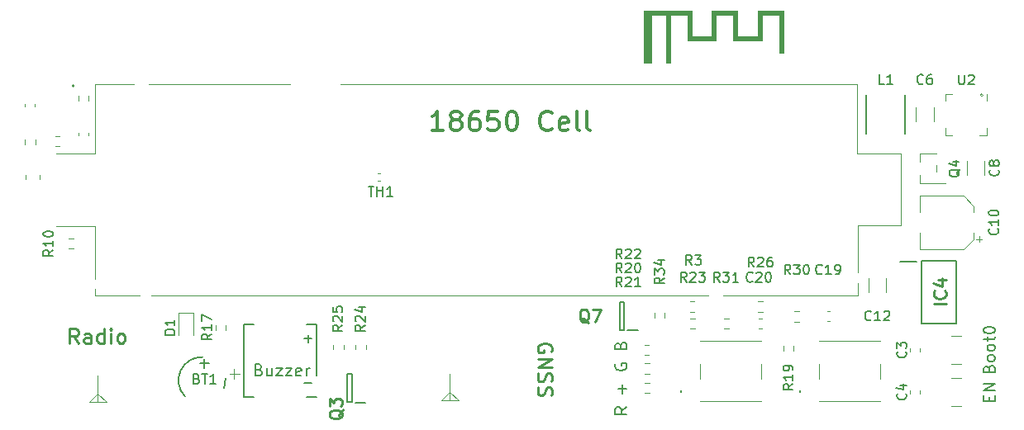
<source format=gto>
G04 #@! TF.GenerationSoftware,KiCad,Pcbnew,(5.1.10)-1*
G04 #@! TF.CreationDate,2022-02-22T01:10:42-03:00*
G04 #@! TF.ProjectId,Alcantara_v.1.0,416c6361-6e74-4617-9261-5f762e312e30,rev?*
G04 #@! TF.SameCoordinates,Original*
G04 #@! TF.FileFunction,Legend,Top*
G04 #@! TF.FilePolarity,Positive*
%FSLAX46Y46*%
G04 Gerber Fmt 4.6, Leading zero omitted, Abs format (unit mm)*
G04 Created by KiCad (PCBNEW (5.1.10)-1) date 2022-02-22 01:10:42*
%MOMM*%
%LPD*%
G01*
G04 APERTURE LIST*
%ADD10C,0.200000*%
%ADD11C,0.120000*%
%ADD12C,0.300000*%
%ADD13C,0.250000*%
%ADD14C,0.150000*%
%ADD15C,0.127000*%
%ADD16C,0.100000*%
%ADD17C,0.124000*%
%ADD18C,0.015000*%
%ADD19C,0.254000*%
%ADD20C,0.000100*%
%ADD21R,4.100000X1.700000*%
%ADD22C,1.800000*%
%ADD23R,1.800000X1.800000*%
%ADD24R,3.500000X2.000000*%
%ADD25R,7.340000X6.350000*%
%ADD26R,1.150000X1.050000*%
%ADD27R,1.750000X3.200000*%
%ADD28R,1.750000X0.950000*%
%ADD29R,1.050000X0.600000*%
%ADD30R,2.800000X1.000000*%
%ADD31R,1.500000X5.080000*%
%ADD32R,2.700000X2.700000*%
%ADD33R,2.400000X1.800000*%
%ADD34R,0.200000X0.750000*%
%ADD35R,1.100000X0.700000*%
%ADD36R,1.100000X0.600000*%
G04 APERTURE END LIST*
D10*
X72642857Y-59285714D02*
X73557142Y-59285714D01*
X73100000Y-59742857D02*
X73100000Y-58828571D01*
D11*
X87020400Y-30632400D02*
X139979400Y-30632400D01*
D10*
X116366857Y-63775857D02*
X115795428Y-64175857D01*
X116366857Y-64461571D02*
X115166857Y-64461571D01*
X115166857Y-64004428D01*
X115224000Y-63890142D01*
X115281142Y-63833000D01*
X115395428Y-63775857D01*
X115566857Y-63775857D01*
X115681142Y-63833000D01*
X115738285Y-63890142D01*
X115795428Y-64004428D01*
X115795428Y-64461571D01*
X115909714Y-62347285D02*
X115909714Y-61433000D01*
X116366857Y-61890142D02*
X115452571Y-61890142D01*
X115224000Y-59318714D02*
X115166857Y-59433000D01*
X115166857Y-59604428D01*
X115224000Y-59775857D01*
X115338285Y-59890142D01*
X115452571Y-59947285D01*
X115681142Y-60004428D01*
X115852571Y-60004428D01*
X116081142Y-59947285D01*
X116195428Y-59890142D01*
X116309714Y-59775857D01*
X116366857Y-59604428D01*
X116366857Y-59490142D01*
X116309714Y-59318714D01*
X116252571Y-59261571D01*
X115852571Y-59261571D01*
X115852571Y-59490142D01*
X115738285Y-57433000D02*
X115795428Y-57261571D01*
X115852571Y-57204428D01*
X115966857Y-57147285D01*
X116138285Y-57147285D01*
X116252571Y-57204428D01*
X116309714Y-57261571D01*
X116366857Y-57375857D01*
X116366857Y-57833000D01*
X115166857Y-57833000D01*
X115166857Y-57433000D01*
X115224000Y-57318714D01*
X115281142Y-57261571D01*
X115395428Y-57204428D01*
X115509714Y-57204428D01*
X115624000Y-57261571D01*
X115681142Y-57318714D01*
X115738285Y-57433000D01*
X115738285Y-57833000D01*
D11*
X144449800Y-45110400D02*
X140030200Y-45110400D01*
D12*
X97552738Y-35385261D02*
X96409880Y-35385261D01*
X96981309Y-35385261D02*
X96981309Y-33385261D01*
X96790833Y-33670976D01*
X96600357Y-33861452D01*
X96409880Y-33956690D01*
X98695595Y-34242404D02*
X98505119Y-34147166D01*
X98409880Y-34051928D01*
X98314642Y-33861452D01*
X98314642Y-33766214D01*
X98409880Y-33575738D01*
X98505119Y-33480500D01*
X98695595Y-33385261D01*
X99076547Y-33385261D01*
X99267023Y-33480500D01*
X99362261Y-33575738D01*
X99457500Y-33766214D01*
X99457500Y-33861452D01*
X99362261Y-34051928D01*
X99267023Y-34147166D01*
X99076547Y-34242404D01*
X98695595Y-34242404D01*
X98505119Y-34337642D01*
X98409880Y-34432880D01*
X98314642Y-34623357D01*
X98314642Y-35004309D01*
X98409880Y-35194785D01*
X98505119Y-35290023D01*
X98695595Y-35385261D01*
X99076547Y-35385261D01*
X99267023Y-35290023D01*
X99362261Y-35194785D01*
X99457500Y-35004309D01*
X99457500Y-34623357D01*
X99362261Y-34432880D01*
X99267023Y-34337642D01*
X99076547Y-34242404D01*
X101171785Y-33385261D02*
X100790833Y-33385261D01*
X100600357Y-33480500D01*
X100505119Y-33575738D01*
X100314642Y-33861452D01*
X100219404Y-34242404D01*
X100219404Y-35004309D01*
X100314642Y-35194785D01*
X100409880Y-35290023D01*
X100600357Y-35385261D01*
X100981309Y-35385261D01*
X101171785Y-35290023D01*
X101267023Y-35194785D01*
X101362261Y-35004309D01*
X101362261Y-34528119D01*
X101267023Y-34337642D01*
X101171785Y-34242404D01*
X100981309Y-34147166D01*
X100600357Y-34147166D01*
X100409880Y-34242404D01*
X100314642Y-34337642D01*
X100219404Y-34528119D01*
X103171785Y-33385261D02*
X102219404Y-33385261D01*
X102124166Y-34337642D01*
X102219404Y-34242404D01*
X102409880Y-34147166D01*
X102886071Y-34147166D01*
X103076547Y-34242404D01*
X103171785Y-34337642D01*
X103267023Y-34528119D01*
X103267023Y-35004309D01*
X103171785Y-35194785D01*
X103076547Y-35290023D01*
X102886071Y-35385261D01*
X102409880Y-35385261D01*
X102219404Y-35290023D01*
X102124166Y-35194785D01*
X104505119Y-33385261D02*
X104695595Y-33385261D01*
X104886071Y-33480500D01*
X104981309Y-33575738D01*
X105076547Y-33766214D01*
X105171785Y-34147166D01*
X105171785Y-34623357D01*
X105076547Y-35004309D01*
X104981309Y-35194785D01*
X104886071Y-35290023D01*
X104695595Y-35385261D01*
X104505119Y-35385261D01*
X104314642Y-35290023D01*
X104219404Y-35194785D01*
X104124166Y-35004309D01*
X104028928Y-34623357D01*
X104028928Y-34147166D01*
X104124166Y-33766214D01*
X104219404Y-33575738D01*
X104314642Y-33480500D01*
X104505119Y-33385261D01*
X108695595Y-35194785D02*
X108600357Y-35290023D01*
X108314642Y-35385261D01*
X108124166Y-35385261D01*
X107838452Y-35290023D01*
X107647976Y-35099547D01*
X107552738Y-34909071D01*
X107457500Y-34528119D01*
X107457500Y-34242404D01*
X107552738Y-33861452D01*
X107647976Y-33670976D01*
X107838452Y-33480500D01*
X108124166Y-33385261D01*
X108314642Y-33385261D01*
X108600357Y-33480500D01*
X108695595Y-33575738D01*
X110314642Y-35290023D02*
X110124166Y-35385261D01*
X109743214Y-35385261D01*
X109552738Y-35290023D01*
X109457500Y-35099547D01*
X109457500Y-34337642D01*
X109552738Y-34147166D01*
X109743214Y-34051928D01*
X110124166Y-34051928D01*
X110314642Y-34147166D01*
X110409880Y-34337642D01*
X110409880Y-34528119D01*
X109457500Y-34718595D01*
X111552738Y-35385261D02*
X111362261Y-35290023D01*
X111267023Y-35099547D01*
X111267023Y-33385261D01*
X112600357Y-35385261D02*
X112409880Y-35290023D01*
X112314642Y-35099547D01*
X112314642Y-33385261D01*
D13*
X108670000Y-58078571D02*
X108741428Y-57935714D01*
X108741428Y-57721428D01*
X108670000Y-57507142D01*
X108527142Y-57364285D01*
X108384285Y-57292857D01*
X108098571Y-57221428D01*
X107884285Y-57221428D01*
X107598571Y-57292857D01*
X107455714Y-57364285D01*
X107312857Y-57507142D01*
X107241428Y-57721428D01*
X107241428Y-57864285D01*
X107312857Y-58078571D01*
X107384285Y-58150000D01*
X107884285Y-58150000D01*
X107884285Y-57864285D01*
X107241428Y-58792857D02*
X108741428Y-58792857D01*
X107241428Y-59650000D01*
X108741428Y-59650000D01*
X107312857Y-60292857D02*
X107241428Y-60507142D01*
X107241428Y-60864285D01*
X107312857Y-61007142D01*
X107384285Y-61078571D01*
X107527142Y-61150000D01*
X107670000Y-61150000D01*
X107812857Y-61078571D01*
X107884285Y-61007142D01*
X107955714Y-60864285D01*
X108027142Y-60578571D01*
X108098571Y-60435714D01*
X108170000Y-60364285D01*
X108312857Y-60292857D01*
X108455714Y-60292857D01*
X108598571Y-60364285D01*
X108670000Y-60435714D01*
X108741428Y-60578571D01*
X108741428Y-60935714D01*
X108670000Y-61150000D01*
X107312857Y-61721428D02*
X107241428Y-61935714D01*
X107241428Y-62292857D01*
X107312857Y-62435714D01*
X107384285Y-62507142D01*
X107527142Y-62578571D01*
X107670000Y-62578571D01*
X107812857Y-62507142D01*
X107884285Y-62435714D01*
X107955714Y-62292857D01*
X108027142Y-62007142D01*
X108098571Y-61864285D01*
X108170000Y-61792857D01*
X108312857Y-61721428D01*
X108455714Y-61721428D01*
X108598571Y-61792857D01*
X108670000Y-61864285D01*
X108741428Y-62007142D01*
X108741428Y-62364285D01*
X108670000Y-62578571D01*
X60171428Y-57198651D02*
X59671428Y-56484365D01*
X59314285Y-57198651D02*
X59314285Y-55698651D01*
X59885714Y-55698651D01*
X60028571Y-55770080D01*
X60100000Y-55841508D01*
X60171428Y-55984365D01*
X60171428Y-56198651D01*
X60100000Y-56341508D01*
X60028571Y-56412937D01*
X59885714Y-56484365D01*
X59314285Y-56484365D01*
X61457142Y-57198651D02*
X61457142Y-56412937D01*
X61385714Y-56270080D01*
X61242857Y-56198651D01*
X60957142Y-56198651D01*
X60814285Y-56270080D01*
X61457142Y-57127222D02*
X61314285Y-57198651D01*
X60957142Y-57198651D01*
X60814285Y-57127222D01*
X60742857Y-56984365D01*
X60742857Y-56841508D01*
X60814285Y-56698651D01*
X60957142Y-56627222D01*
X61314285Y-56627222D01*
X61457142Y-56555794D01*
X62814285Y-57198651D02*
X62814285Y-55698651D01*
X62814285Y-57127222D02*
X62671428Y-57198651D01*
X62385714Y-57198651D01*
X62242857Y-57127222D01*
X62171428Y-57055794D01*
X62100000Y-56912937D01*
X62100000Y-56484365D01*
X62171428Y-56341508D01*
X62242857Y-56270080D01*
X62385714Y-56198651D01*
X62671428Y-56198651D01*
X62814285Y-56270080D01*
X63528571Y-57198651D02*
X63528571Y-56198651D01*
X63528571Y-55698651D02*
X63457142Y-55770080D01*
X63528571Y-55841508D01*
X63600000Y-55770080D01*
X63528571Y-55698651D01*
X63528571Y-55841508D01*
X64457142Y-57198651D02*
X64314285Y-57127222D01*
X64242857Y-57055794D01*
X64171428Y-56912937D01*
X64171428Y-56484365D01*
X64242857Y-56341508D01*
X64314285Y-56270080D01*
X64457142Y-56198651D01*
X64671428Y-56198651D01*
X64814285Y-56270080D01*
X64885714Y-56341508D01*
X64957142Y-56484365D01*
X64957142Y-56912937D01*
X64885714Y-57055794D01*
X64814285Y-57127222D01*
X64671428Y-57198651D01*
X64457142Y-57198651D01*
D11*
X98240320Y-62244300D02*
X97351320Y-63069800D01*
X98240320Y-60339300D02*
X98240320Y-63069800D01*
X97351320Y-63069800D02*
X99129320Y-63069800D01*
X98240320Y-62244300D02*
X99129320Y-63069800D01*
X62166500Y-62405260D02*
X61277500Y-63230760D01*
X62166500Y-60500260D02*
X62166500Y-63230760D01*
X61277500Y-63230760D02*
X63055500Y-63230760D01*
X62166500Y-62405260D02*
X63055500Y-63230760D01*
X61899800Y-30632400D02*
X65844420Y-30632400D01*
X92329000Y-52273200D02*
X124729240Y-52273200D01*
X67680840Y-52273200D02*
X92410280Y-52273200D01*
X61899800Y-52273200D02*
X66456560Y-52273200D01*
X61899800Y-51597560D02*
X61899800Y-52273200D01*
X140030200Y-52273200D02*
X126248160Y-52273200D01*
X140030200Y-51054000D02*
X140030200Y-52273200D01*
X140030200Y-45110400D02*
X140030200Y-49936400D01*
X144449800Y-37744400D02*
X144449800Y-45110400D01*
X139979400Y-37744400D02*
X144449800Y-37744400D01*
X139979400Y-30632400D02*
X139979400Y-37744400D01*
X67373500Y-30632400D02*
X81915000Y-30632400D01*
X61899800Y-36977320D02*
X61899800Y-30632400D01*
X61899800Y-37744400D02*
X61899800Y-36931600D01*
X57937400Y-37744400D02*
X61899800Y-37744400D01*
X61899800Y-45161200D02*
X61899800Y-50642520D01*
X61899800Y-45161200D02*
X57937400Y-45161200D01*
D14*
X84089192Y-61239091D02*
X83327287Y-61239091D01*
X83327287Y-56728668D02*
X84089192Y-56728668D01*
X83708240Y-57109620D02*
X83708240Y-56347716D01*
D10*
X78685714Y-59914165D02*
X78857142Y-59971308D01*
X78914285Y-60028451D01*
X78971428Y-60142737D01*
X78971428Y-60314165D01*
X78914285Y-60428451D01*
X78857142Y-60485594D01*
X78742857Y-60542737D01*
X78285714Y-60542737D01*
X78285714Y-59342737D01*
X78685714Y-59342737D01*
X78800000Y-59399880D01*
X78857142Y-59457022D01*
X78914285Y-59571308D01*
X78914285Y-59685594D01*
X78857142Y-59799880D01*
X78800000Y-59857022D01*
X78685714Y-59914165D01*
X78285714Y-59914165D01*
X80000000Y-59742737D02*
X80000000Y-60542737D01*
X79485714Y-59742737D02*
X79485714Y-60371308D01*
X79542857Y-60485594D01*
X79657142Y-60542737D01*
X79828571Y-60542737D01*
X79942857Y-60485594D01*
X80000000Y-60428451D01*
X80457142Y-59742737D02*
X81085714Y-59742737D01*
X80457142Y-60542737D01*
X81085714Y-60542737D01*
X81428571Y-59742737D02*
X82057142Y-59742737D01*
X81428571Y-60542737D01*
X82057142Y-60542737D01*
X82971428Y-60485594D02*
X82857142Y-60542737D01*
X82628571Y-60542737D01*
X82514285Y-60485594D01*
X82457142Y-60371308D01*
X82457142Y-59914165D01*
X82514285Y-59799880D01*
X82628571Y-59742737D01*
X82857142Y-59742737D01*
X82971428Y-59799880D01*
X83028571Y-59914165D01*
X83028571Y-60028451D01*
X82457142Y-60142737D01*
X83542857Y-60542737D02*
X83542857Y-59742737D01*
X83542857Y-59971308D02*
X83600000Y-59857022D01*
X83657142Y-59799880D01*
X83771428Y-59742737D01*
X83885714Y-59742737D01*
X153482685Y-59800885D02*
X153539828Y-59629457D01*
X153596971Y-59572314D01*
X153711257Y-59515171D01*
X153882685Y-59515171D01*
X153996971Y-59572314D01*
X154054114Y-59629457D01*
X154111257Y-59743742D01*
X154111257Y-60200885D01*
X152911257Y-60200885D01*
X152911257Y-59800885D01*
X152968400Y-59686600D01*
X153025542Y-59629457D01*
X153139828Y-59572314D01*
X153254114Y-59572314D01*
X153368400Y-59629457D01*
X153425542Y-59686600D01*
X153482685Y-59800885D01*
X153482685Y-60200885D01*
X154111257Y-58829457D02*
X154054114Y-58943742D01*
X153996971Y-59000885D01*
X153882685Y-59058028D01*
X153539828Y-59058028D01*
X153425542Y-59000885D01*
X153368400Y-58943742D01*
X153311257Y-58829457D01*
X153311257Y-58658028D01*
X153368400Y-58543742D01*
X153425542Y-58486600D01*
X153539828Y-58429457D01*
X153882685Y-58429457D01*
X153996971Y-58486600D01*
X154054114Y-58543742D01*
X154111257Y-58658028D01*
X154111257Y-58829457D01*
X154111257Y-57743742D02*
X154054114Y-57858028D01*
X153996971Y-57915171D01*
X153882685Y-57972314D01*
X153539828Y-57972314D01*
X153425542Y-57915171D01*
X153368400Y-57858028D01*
X153311257Y-57743742D01*
X153311257Y-57572314D01*
X153368400Y-57458028D01*
X153425542Y-57400885D01*
X153539828Y-57343742D01*
X153882685Y-57343742D01*
X153996971Y-57400885D01*
X154054114Y-57458028D01*
X154111257Y-57572314D01*
X154111257Y-57743742D01*
X153311257Y-57000885D02*
X153311257Y-56543742D01*
X152911257Y-56829457D02*
X153939828Y-56829457D01*
X154054114Y-56772314D01*
X154111257Y-56658028D01*
X154111257Y-56543742D01*
X152911257Y-55915171D02*
X152911257Y-55800885D01*
X152968400Y-55686600D01*
X153025542Y-55629457D01*
X153139828Y-55572314D01*
X153368400Y-55515171D01*
X153654114Y-55515171D01*
X153882685Y-55572314D01*
X153996971Y-55629457D01*
X154054114Y-55686600D01*
X154111257Y-55800885D01*
X154111257Y-55915171D01*
X154054114Y-56029457D01*
X153996971Y-56086600D01*
X153882685Y-56143742D01*
X153654114Y-56200885D01*
X153368400Y-56200885D01*
X153139828Y-56143742D01*
X153025542Y-56086600D01*
X152968400Y-56029457D01*
X152911257Y-55915171D01*
X153482685Y-63115714D02*
X153482685Y-62715714D01*
X154111257Y-62544285D02*
X154111257Y-63115714D01*
X152911257Y-63115714D01*
X152911257Y-62544285D01*
X154111257Y-62030000D02*
X152911257Y-62030000D01*
X154111257Y-61344285D01*
X152911257Y-61344285D01*
D15*
X75264000Y-60804000D02*
G75*
G02*
X75114000Y-61851000I-3043916J-98154D01*
G01*
X71104000Y-62660999D02*
G75*
G02*
X72914000Y-58621000I1741711J1645136D01*
G01*
D10*
X140875000Y-31750000D02*
X140875000Y-35750000D01*
X144875000Y-35750000D02*
X144875000Y-31750000D01*
D11*
X55755000Y-32625420D02*
X55755000Y-32906580D01*
X54735000Y-32625420D02*
X54735000Y-32906580D01*
D10*
X77120000Y-62739000D02*
X78170000Y-62739000D01*
X83570000Y-62739000D02*
X84620000Y-62739000D01*
X83570000Y-55239000D02*
X84620000Y-55239000D01*
X77120000Y-55239000D02*
X78170000Y-55239000D01*
X77120000Y-62739000D02*
X77120000Y-55239000D01*
X84620000Y-55239000D02*
X84620000Y-60489000D01*
D16*
G36*
X123094000Y-25719400D02*
G01*
X125094000Y-25719400D01*
X125094000Y-23079400D01*
X127794000Y-23079400D01*
X127794000Y-25719400D01*
X129794000Y-25719400D01*
X129794000Y-23079400D01*
X132494000Y-23079400D01*
X132494000Y-27519400D01*
X131994000Y-27519400D01*
X131994000Y-23579400D01*
X130294000Y-23579400D01*
X130294000Y-26219400D01*
X127294000Y-26219400D01*
X127294000Y-23579400D01*
X125594000Y-23579400D01*
X125594000Y-26219400D01*
X122594000Y-26219400D01*
X122594000Y-23579400D01*
X120894000Y-23579400D01*
X120894000Y-28479400D01*
X120394000Y-28479400D01*
X120394000Y-23579400D01*
X118994000Y-23579400D01*
X118994000Y-28479400D01*
X118094000Y-28479400D01*
X118094000Y-28236185D01*
X118094000Y-23079400D01*
X123094000Y-23079400D01*
X123094000Y-25719400D01*
G37*
X150593000Y-60765000D02*
X150593000Y-60765000D01*
X149593000Y-60765000D02*
X150593000Y-60765000D01*
X149593000Y-60765000D02*
X149593000Y-60765000D01*
X150593000Y-60765000D02*
X149593000Y-60765000D01*
X150593000Y-63665000D02*
X150593000Y-63665000D01*
X149593000Y-63665000D02*
X150593000Y-63665000D01*
X149593000Y-63665000D02*
X149593000Y-63665000D01*
X150593000Y-63665000D02*
X149593000Y-63665000D01*
X150593000Y-56447000D02*
X150593000Y-56447000D01*
X149593000Y-56447000D02*
X150593000Y-56447000D01*
X149593000Y-56447000D02*
X149593000Y-56447000D01*
X150593000Y-56447000D02*
X149593000Y-56447000D01*
X150593000Y-59347000D02*
X150593000Y-59347000D01*
X149593000Y-59347000D02*
X150593000Y-59347000D01*
X149593000Y-59347000D02*
X149593000Y-59347000D01*
X150593000Y-59347000D02*
X149593000Y-59347000D01*
D11*
X118228342Y-61250300D02*
X118702858Y-61250300D01*
X118228342Y-62295300D02*
X118702858Y-62295300D01*
X120258100Y-54593258D02*
X120258100Y-54118742D01*
X119213100Y-54593258D02*
X119213100Y-54118742D01*
D10*
X144325000Y-48850000D02*
X146075000Y-48850000D01*
X146600000Y-55225000D02*
X146600000Y-48725000D01*
X150100000Y-55225000D02*
X146600000Y-55225000D01*
X150100000Y-48725000D02*
X150100000Y-55225000D01*
X146600000Y-48725000D02*
X150100000Y-48725000D01*
X88209000Y-63233000D02*
X87759000Y-63233000D01*
X87759000Y-63233000D02*
X87759000Y-60333000D01*
X87759000Y-60333000D02*
X88209000Y-60333000D01*
X88209000Y-60333000D02*
X88209000Y-63233000D01*
X89609000Y-63283000D02*
X88559000Y-63283000D01*
D11*
X123337858Y-54646300D02*
X122863342Y-54646300D01*
X123337858Y-55691300D02*
X122863342Y-55691300D01*
X90841859Y-40512000D02*
X91149141Y-40512000D01*
X90841859Y-39752000D02*
X91149141Y-39752000D01*
D16*
X123900000Y-56971000D02*
X130100000Y-56971000D01*
X130100000Y-56971000D02*
X130100000Y-56971000D01*
X130100000Y-56971000D02*
X123900000Y-56971000D01*
X123900000Y-56971000D02*
X123900000Y-56971000D01*
X123900000Y-63171000D02*
X130100000Y-63171000D01*
X130100000Y-63171000D02*
X130100000Y-63171000D01*
X130100000Y-63171000D02*
X123900000Y-63171000D01*
X123900000Y-63171000D02*
X123900000Y-63171000D01*
X123900000Y-59321000D02*
X123900000Y-59321000D01*
X123900000Y-59321000D02*
X123900000Y-60821000D01*
X123900000Y-60821000D02*
X123900000Y-60821000D01*
X123900000Y-60821000D02*
X123900000Y-59321000D01*
X130100000Y-59321000D02*
X130100000Y-59321000D01*
X130100000Y-59321000D02*
X130100000Y-60821000D01*
X130100000Y-60821000D02*
X130100000Y-60821000D01*
X130100000Y-60821000D02*
X130100000Y-59321000D01*
D10*
X121900000Y-62171000D02*
X121900000Y-62171000D01*
X121900000Y-62071000D02*
X121900000Y-62071000D01*
X121900000Y-62171000D02*
X121900000Y-62171000D01*
X121900000Y-62071000D02*
G75*
G02*
X121900000Y-62171000I0J-50000D01*
G01*
X121900000Y-62171000D02*
G75*
G02*
X121900000Y-62071000I0J50000D01*
G01*
X121900000Y-62071000D02*
G75*
G02*
X121900000Y-62171000I0J-50000D01*
G01*
X117517400Y-55891600D02*
X116467400Y-55891600D01*
X116117400Y-52941600D02*
X116117400Y-55841600D01*
X115667400Y-52941600D02*
X116117400Y-52941600D01*
X115667400Y-55841600D02*
X115667400Y-52941600D01*
X116117400Y-55841600D02*
X115667400Y-55841600D01*
D11*
X152462500Y-46822500D02*
X152462500Y-46197500D01*
X152775000Y-46510000D02*
X152150000Y-46510000D01*
X151910000Y-43129437D02*
X150845563Y-42065000D01*
X151910000Y-46520563D02*
X150845563Y-47585000D01*
X151910000Y-46520563D02*
X151910000Y-45885000D01*
X151910000Y-43129437D02*
X151910000Y-43765000D01*
X150845563Y-42065000D02*
X146390000Y-42065000D01*
X150845563Y-47585000D02*
X146390000Y-47585000D01*
X146390000Y-47585000D02*
X146390000Y-45885000D01*
X146390000Y-42065000D02*
X146390000Y-43765000D01*
D16*
X136092000Y-56971000D02*
X142292000Y-56971000D01*
X142292000Y-56971000D02*
X142292000Y-56971000D01*
X142292000Y-56971000D02*
X136092000Y-56971000D01*
X136092000Y-56971000D02*
X136092000Y-56971000D01*
X136092000Y-63171000D02*
X142292000Y-63171000D01*
X142292000Y-63171000D02*
X142292000Y-63171000D01*
X142292000Y-63171000D02*
X136092000Y-63171000D01*
X136092000Y-63171000D02*
X136092000Y-63171000D01*
X136092000Y-59321000D02*
X136092000Y-59321000D01*
X136092000Y-59321000D02*
X136092000Y-60821000D01*
X136092000Y-60821000D02*
X136092000Y-60821000D01*
X136092000Y-60821000D02*
X136092000Y-59321000D01*
X142292000Y-59321000D02*
X142292000Y-59321000D01*
X142292000Y-59321000D02*
X142292000Y-60821000D01*
X142292000Y-60821000D02*
X142292000Y-60821000D01*
X142292000Y-60821000D02*
X142292000Y-59321000D01*
D10*
X134092000Y-62171000D02*
X134092000Y-62171000D01*
X134092000Y-62071000D02*
X134092000Y-62071000D01*
X134092000Y-62171000D02*
X134092000Y-62171000D01*
X134092000Y-62071000D02*
G75*
G02*
X134092000Y-62171000I0J-50000D01*
G01*
X134092000Y-62171000D02*
G75*
G02*
X134092000Y-62071000I0J50000D01*
G01*
X134092000Y-62071000D02*
G75*
G02*
X134092000Y-62171000I0J-50000D01*
G01*
D11*
X153229000Y-32340000D02*
X153229000Y-31640000D01*
X149009000Y-35860000D02*
X149709000Y-35860000D01*
X149009000Y-35160000D02*
X149009000Y-35860000D01*
X149009000Y-31640000D02*
X149709000Y-31640000D01*
X149009000Y-32340000D02*
X149009000Y-31640000D01*
X153229000Y-35860000D02*
X152529000Y-35860000D01*
X153229000Y-35160000D02*
X153229000Y-35860000D01*
X152860421Y-31750000D02*
G75*
G03*
X152860421Y-31750000I-141421J0D01*
G01*
D17*
X59773500Y-30827500D02*
G75*
G03*
X59773500Y-30827500I-125000J0D01*
G01*
D11*
X148100000Y-38925000D02*
X148100000Y-39625000D01*
X146400000Y-40825000D02*
X146400000Y-39925000D01*
X146400000Y-37725000D02*
X148100000Y-37725000D01*
X146400000Y-38625000D02*
X146400000Y-37725000D01*
X146400000Y-40825000D02*
X149000000Y-40825000D01*
X129810742Y-52919100D02*
X130285258Y-52919100D01*
X129810742Y-53964100D02*
X130285258Y-53964100D01*
X123313458Y-53964100D02*
X122838942Y-53964100D01*
X123313458Y-52919100D02*
X122838942Y-52919100D01*
X71953000Y-56359900D02*
X71953000Y-54074900D01*
X71953000Y-54074900D02*
X70483000Y-54074900D01*
X70483000Y-54074900D02*
X70483000Y-56359900D01*
X54764000Y-40359064D02*
X54764000Y-39904936D01*
X56234000Y-40359064D02*
X56234000Y-39904936D01*
X145990000Y-34461252D02*
X145990000Y-33038748D01*
X147810000Y-34461252D02*
X147810000Y-33038748D01*
X145415000Y-62340580D02*
X145415000Y-62059420D01*
X146435000Y-62340580D02*
X146435000Y-62059420D01*
X141115000Y-51986252D02*
X141115000Y-50563748D01*
X142935000Y-51986252D02*
X142935000Y-50563748D01*
X151215000Y-39961252D02*
X151215000Y-38538748D01*
X153035000Y-39961252D02*
X153035000Y-38538748D01*
X126356342Y-54646300D02*
X126830858Y-54646300D01*
X126356342Y-55691300D02*
X126830858Y-55691300D01*
X134032258Y-54980100D02*
X133557742Y-54980100D01*
X134032258Y-53935100D02*
X133557742Y-53935100D01*
X87361500Y-57354742D02*
X87361500Y-57829258D01*
X86316500Y-57354742D02*
X86316500Y-57829258D01*
X89651500Y-57354742D02*
X89651500Y-57829258D01*
X88606500Y-57354742D02*
X88606500Y-57829258D01*
X118177542Y-57389500D02*
X118652058Y-57389500D01*
X118177542Y-58434500D02*
X118652058Y-58434500D01*
X118228342Y-59269100D02*
X118702858Y-59269100D01*
X118228342Y-60314100D02*
X118702858Y-60314100D01*
X133466100Y-57471542D02*
X133466100Y-57946058D01*
X132421100Y-57471542D02*
X132421100Y-57946058D01*
X74251500Y-55834658D02*
X74251500Y-55360142D01*
X75296500Y-55834658D02*
X75296500Y-55360142D01*
X58276258Y-36996900D02*
X57801742Y-36996900D01*
X58276258Y-35951900D02*
X57801742Y-35951900D01*
X54722500Y-36813258D02*
X54722500Y-36338742D01*
X55767500Y-36813258D02*
X55767500Y-36338742D01*
X59698658Y-47499800D02*
X59224142Y-47499800D01*
X59698658Y-46454800D02*
X59224142Y-46454800D01*
X60183500Y-32304258D02*
X60183500Y-31829742D01*
X61228500Y-32304258D02*
X61228500Y-31829742D01*
X130188580Y-55678800D02*
X129907420Y-55678800D01*
X130188580Y-54658800D02*
X129907420Y-54658800D01*
X137173580Y-54967600D02*
X136892420Y-54967600D01*
X137173580Y-53947600D02*
X136892420Y-53947600D01*
X61216000Y-35584820D02*
X61216000Y-35865980D01*
X60196000Y-35584820D02*
X60196000Y-35865980D01*
X145415000Y-58040580D02*
X145415000Y-57759420D01*
X146435000Y-58040580D02*
X146435000Y-57759420D01*
D10*
X72314285Y-60828571D02*
X72457142Y-60876190D01*
X72504761Y-60923809D01*
X72552380Y-61019047D01*
X72552380Y-61161904D01*
X72504761Y-61257142D01*
X72457142Y-61304761D01*
X72361904Y-61352380D01*
X71980952Y-61352380D01*
X71980952Y-60352380D01*
X72314285Y-60352380D01*
X72409523Y-60400000D01*
X72457142Y-60447619D01*
X72504761Y-60542857D01*
X72504761Y-60638095D01*
X72457142Y-60733333D01*
X72409523Y-60780952D01*
X72314285Y-60828571D01*
X71980952Y-60828571D01*
X72838095Y-60352380D02*
X73409523Y-60352380D01*
X73123809Y-61352380D02*
X73123809Y-60352380D01*
X74266666Y-61352380D02*
X73695238Y-61352380D01*
X73980952Y-61352380D02*
X73980952Y-60352380D01*
X73885714Y-60495238D01*
X73790476Y-60590476D01*
X73695238Y-60638095D01*
D18*
X75625214Y-60358390D02*
X76692865Y-60358390D01*
X76159040Y-60892215D02*
X76159040Y-59824565D01*
D10*
X142759133Y-30620980D02*
X142282942Y-30620980D01*
X142282942Y-29620980D01*
X143616276Y-30620980D02*
X143044847Y-30620980D01*
X143330561Y-30620980D02*
X143330561Y-29620980D01*
X143235323Y-29763838D01*
X143140085Y-29859076D01*
X143044847Y-29906695D01*
X115872022Y-51409860D02*
X115538689Y-50933670D01*
X115300594Y-51409860D02*
X115300594Y-50409860D01*
X115681546Y-50409860D01*
X115776784Y-50457480D01*
X115824403Y-50505099D01*
X115872022Y-50600337D01*
X115872022Y-50743194D01*
X115824403Y-50838432D01*
X115776784Y-50886051D01*
X115681546Y-50933670D01*
X115300594Y-50933670D01*
X116252975Y-50505099D02*
X116300594Y-50457480D01*
X116395832Y-50409860D01*
X116633927Y-50409860D01*
X116729165Y-50457480D01*
X116776784Y-50505099D01*
X116824403Y-50600337D01*
X116824403Y-50695575D01*
X116776784Y-50838432D01*
X116205356Y-51409860D01*
X116824403Y-51409860D01*
X117776784Y-51409860D02*
X117205356Y-51409860D01*
X117491070Y-51409860D02*
X117491070Y-50409860D01*
X117395832Y-50552718D01*
X117300594Y-50647956D01*
X117205356Y-50695575D01*
X120213380Y-50503057D02*
X119737190Y-50836390D01*
X120213380Y-51074485D02*
X119213380Y-51074485D01*
X119213380Y-50693533D01*
X119261000Y-50598295D01*
X119308619Y-50550676D01*
X119403857Y-50503057D01*
X119546714Y-50503057D01*
X119641952Y-50550676D01*
X119689571Y-50598295D01*
X119737190Y-50693533D01*
X119737190Y-51074485D01*
X119213380Y-50169723D02*
X119213380Y-49550676D01*
X119594333Y-49884009D01*
X119594333Y-49741152D01*
X119641952Y-49645914D01*
X119689571Y-49598295D01*
X119784809Y-49550676D01*
X120022904Y-49550676D01*
X120118142Y-49598295D01*
X120165761Y-49645914D01*
X120213380Y-49741152D01*
X120213380Y-50026866D01*
X120165761Y-50122104D01*
X120118142Y-50169723D01*
X119546714Y-48693533D02*
X120213380Y-48693533D01*
X119165761Y-48931628D02*
X119880047Y-49169723D01*
X119880047Y-48550676D01*
D19*
X149076523Y-53149961D02*
X147806523Y-53149961D01*
X148955571Y-51819485D02*
X149016047Y-51879961D01*
X149076523Y-52061390D01*
X149076523Y-52182342D01*
X149016047Y-52363771D01*
X148895095Y-52484723D01*
X148774142Y-52545200D01*
X148532238Y-52605676D01*
X148350809Y-52605676D01*
X148108904Y-52545200D01*
X147987952Y-52484723D01*
X147867000Y-52363771D01*
X147806523Y-52182342D01*
X147806523Y-52061390D01*
X147867000Y-51879961D01*
X147927476Y-51819485D01*
X148229857Y-50730914D02*
X149076523Y-50730914D01*
X147746047Y-51033295D02*
X148653190Y-51335676D01*
X148653190Y-50549485D01*
X87295476Y-64020952D02*
X87235000Y-64141904D01*
X87114047Y-64262857D01*
X86932619Y-64444285D01*
X86872142Y-64565238D01*
X86872142Y-64686190D01*
X87174523Y-64625714D02*
X87114047Y-64746666D01*
X86993095Y-64867619D01*
X86751190Y-64928095D01*
X86327857Y-64928095D01*
X86085952Y-64867619D01*
X85965000Y-64746666D01*
X85904523Y-64625714D01*
X85904523Y-64383809D01*
X85965000Y-64262857D01*
X86085952Y-64141904D01*
X86327857Y-64081428D01*
X86751190Y-64081428D01*
X86993095Y-64141904D01*
X87114047Y-64262857D01*
X87174523Y-64383809D01*
X87174523Y-64625714D01*
X85904523Y-63658095D02*
X85904523Y-62871904D01*
X86388333Y-63295238D01*
X86388333Y-63113809D01*
X86448809Y-62992857D01*
X86509285Y-62932380D01*
X86630238Y-62871904D01*
X86932619Y-62871904D01*
X87053571Y-62932380D01*
X87114047Y-62992857D01*
X87174523Y-63113809D01*
X87174523Y-63476666D01*
X87114047Y-63597619D01*
X87053571Y-63658095D01*
D10*
X122483642Y-50912020D02*
X122150309Y-50435830D01*
X121912214Y-50912020D02*
X121912214Y-49912020D01*
X122293166Y-49912020D01*
X122388404Y-49959640D01*
X122436023Y-50007259D01*
X122483642Y-50102497D01*
X122483642Y-50245354D01*
X122436023Y-50340592D01*
X122388404Y-50388211D01*
X122293166Y-50435830D01*
X121912214Y-50435830D01*
X122864595Y-50007259D02*
X122912214Y-49959640D01*
X123007452Y-49912020D01*
X123245547Y-49912020D01*
X123340785Y-49959640D01*
X123388404Y-50007259D01*
X123436023Y-50102497D01*
X123436023Y-50197735D01*
X123388404Y-50340592D01*
X122816976Y-50912020D01*
X123436023Y-50912020D01*
X123769357Y-49912020D02*
X124388404Y-49912020D01*
X124055071Y-50292973D01*
X124197928Y-50292973D01*
X124293166Y-50340592D01*
X124340785Y-50388211D01*
X124388404Y-50483449D01*
X124388404Y-50721544D01*
X124340785Y-50816782D01*
X124293166Y-50864401D01*
X124197928Y-50912020D01*
X123912214Y-50912020D01*
X123816976Y-50864401D01*
X123769357Y-50816782D01*
X89900285Y-41108380D02*
X90471714Y-41108380D01*
X90186000Y-42108380D02*
X90186000Y-41108380D01*
X90805047Y-42108380D02*
X90805047Y-41108380D01*
X90805047Y-41584571D02*
X91376476Y-41584571D01*
X91376476Y-42108380D02*
X91376476Y-41108380D01*
X92376476Y-42108380D02*
X91805047Y-42108380D01*
X92090761Y-42108380D02*
X92090761Y-41108380D01*
X91995523Y-41251238D01*
X91900285Y-41346476D01*
X91805047Y-41394095D01*
D19*
X112464547Y-55102276D02*
X112343595Y-55041800D01*
X112222642Y-54920847D01*
X112041214Y-54739419D01*
X111920261Y-54678942D01*
X111799309Y-54678942D01*
X111859785Y-54981323D02*
X111738833Y-54920847D01*
X111617880Y-54799895D01*
X111557404Y-54557990D01*
X111557404Y-54134657D01*
X111617880Y-53892752D01*
X111738833Y-53771800D01*
X111859785Y-53711323D01*
X112101690Y-53711323D01*
X112222642Y-53771800D01*
X112343595Y-53892752D01*
X112404071Y-54134657D01*
X112404071Y-54557990D01*
X112343595Y-54799895D01*
X112222642Y-54920847D01*
X112101690Y-54981323D01*
X111859785Y-54981323D01*
X112827404Y-53711323D02*
X113674071Y-53711323D01*
X113129785Y-54981323D01*
D10*
X154357342Y-45448457D02*
X154404961Y-45496076D01*
X154452580Y-45638933D01*
X154452580Y-45734171D01*
X154404961Y-45877028D01*
X154309723Y-45972266D01*
X154214485Y-46019885D01*
X154024009Y-46067504D01*
X153881152Y-46067504D01*
X153690676Y-46019885D01*
X153595438Y-45972266D01*
X153500200Y-45877028D01*
X153452580Y-45734171D01*
X153452580Y-45638933D01*
X153500200Y-45496076D01*
X153547819Y-45448457D01*
X154452580Y-44496076D02*
X154452580Y-45067504D01*
X154452580Y-44781790D02*
X153452580Y-44781790D01*
X153595438Y-44877028D01*
X153690676Y-44972266D01*
X153738295Y-45067504D01*
X153452580Y-43877028D02*
X153452580Y-43781790D01*
X153500200Y-43686552D01*
X153547819Y-43638933D01*
X153643057Y-43591314D01*
X153833533Y-43543695D01*
X154071628Y-43543695D01*
X154262104Y-43591314D01*
X154357342Y-43638933D01*
X154404961Y-43686552D01*
X154452580Y-43781790D01*
X154452580Y-43877028D01*
X154404961Y-43972266D01*
X154357342Y-44019885D01*
X154262104Y-44067504D01*
X154071628Y-44115123D01*
X153833533Y-44115123D01*
X153643057Y-44067504D01*
X153547819Y-44019885D01*
X153500200Y-43972266D01*
X153452580Y-43877028D01*
X150382495Y-29671780D02*
X150382495Y-30481304D01*
X150430114Y-30576542D01*
X150477733Y-30624161D01*
X150572971Y-30671780D01*
X150763447Y-30671780D01*
X150858685Y-30624161D01*
X150906304Y-30576542D01*
X150953923Y-30481304D01*
X150953923Y-29671780D01*
X151382495Y-29767019D02*
X151430114Y-29719400D01*
X151525352Y-29671780D01*
X151763447Y-29671780D01*
X151858685Y-29719400D01*
X151906304Y-29767019D01*
X151953923Y-29862257D01*
X151953923Y-29957495D01*
X151906304Y-30100352D01*
X151334876Y-30671780D01*
X151953923Y-30671780D01*
X150509219Y-39363638D02*
X150461600Y-39458876D01*
X150366361Y-39554114D01*
X150223504Y-39696971D01*
X150175885Y-39792209D01*
X150175885Y-39887447D01*
X150413980Y-39839828D02*
X150366361Y-39935066D01*
X150271123Y-40030304D01*
X150080647Y-40077923D01*
X149747314Y-40077923D01*
X149556838Y-40030304D01*
X149461600Y-39935066D01*
X149413980Y-39839828D01*
X149413980Y-39649352D01*
X149461600Y-39554114D01*
X149556838Y-39458876D01*
X149747314Y-39411257D01*
X150080647Y-39411257D01*
X150271123Y-39458876D01*
X150366361Y-39554114D01*
X150413980Y-39649352D01*
X150413980Y-39839828D01*
X149747314Y-38554114D02*
X150413980Y-38554114D01*
X149366361Y-38792209D02*
X150080647Y-39030304D01*
X150080647Y-38411257D01*
X129405142Y-49372780D02*
X129071809Y-48896590D01*
X128833714Y-49372780D02*
X128833714Y-48372780D01*
X129214666Y-48372780D01*
X129309904Y-48420400D01*
X129357523Y-48468019D01*
X129405142Y-48563257D01*
X129405142Y-48706114D01*
X129357523Y-48801352D01*
X129309904Y-48848971D01*
X129214666Y-48896590D01*
X128833714Y-48896590D01*
X129786095Y-48468019D02*
X129833714Y-48420400D01*
X129928952Y-48372780D01*
X130167047Y-48372780D01*
X130262285Y-48420400D01*
X130309904Y-48468019D01*
X130357523Y-48563257D01*
X130357523Y-48658495D01*
X130309904Y-48801352D01*
X129738476Y-49372780D01*
X130357523Y-49372780D01*
X131214666Y-48372780D02*
X131024190Y-48372780D01*
X130928952Y-48420400D01*
X130881333Y-48468019D01*
X130786095Y-48610876D01*
X130738476Y-48801352D01*
X130738476Y-49182304D01*
X130786095Y-49277542D01*
X130833714Y-49325161D01*
X130928952Y-49372780D01*
X131119428Y-49372780D01*
X131214666Y-49325161D01*
X131262285Y-49277542D01*
X131309904Y-49182304D01*
X131309904Y-48944209D01*
X131262285Y-48848971D01*
X131214666Y-48801352D01*
X131119428Y-48753733D01*
X130928952Y-48753733D01*
X130833714Y-48801352D01*
X130786095Y-48848971D01*
X130738476Y-48944209D01*
X123023333Y-49159420D02*
X122690000Y-48683230D01*
X122451904Y-49159420D02*
X122451904Y-48159420D01*
X122832857Y-48159420D01*
X122928095Y-48207040D01*
X122975714Y-48254659D01*
X123023333Y-48349897D01*
X123023333Y-48492754D01*
X122975714Y-48587992D01*
X122928095Y-48635611D01*
X122832857Y-48683230D01*
X122451904Y-48683230D01*
X123356666Y-48159420D02*
X123975714Y-48159420D01*
X123642380Y-48540373D01*
X123785238Y-48540373D01*
X123880476Y-48587992D01*
X123928095Y-48635611D01*
X123975714Y-48730849D01*
X123975714Y-48968944D01*
X123928095Y-49064182D01*
X123880476Y-49111801D01*
X123785238Y-49159420D01*
X123499523Y-49159420D01*
X123404285Y-49111801D01*
X123356666Y-49064182D01*
X70054728Y-56338315D02*
X69054728Y-56338315D01*
X69054728Y-56100220D01*
X69102348Y-55957362D01*
X69197586Y-55862124D01*
X69292824Y-55814505D01*
X69483300Y-55766886D01*
X69626157Y-55766886D01*
X69816633Y-55814505D01*
X69911871Y-55862124D01*
X70007109Y-55957362D01*
X70054728Y-56100220D01*
X70054728Y-56338315D01*
X70054728Y-54814505D02*
X70054728Y-55385934D01*
X70054728Y-55100220D02*
X69054728Y-55100220D01*
X69197586Y-55195458D01*
X69292824Y-55290696D01*
X69340443Y-55385934D01*
X146733333Y-30551142D02*
X146685714Y-30598761D01*
X146542857Y-30646380D01*
X146447619Y-30646380D01*
X146304761Y-30598761D01*
X146209523Y-30503523D01*
X146161904Y-30408285D01*
X146114285Y-30217809D01*
X146114285Y-30074952D01*
X146161904Y-29884476D01*
X146209523Y-29789238D01*
X146304761Y-29694000D01*
X146447619Y-29646380D01*
X146542857Y-29646380D01*
X146685714Y-29694000D01*
X146733333Y-29741619D01*
X147590476Y-29646380D02*
X147400000Y-29646380D01*
X147304761Y-29694000D01*
X147257142Y-29741619D01*
X147161904Y-29884476D01*
X147114285Y-30074952D01*
X147114285Y-30455904D01*
X147161904Y-30551142D01*
X147209523Y-30598761D01*
X147304761Y-30646380D01*
X147495238Y-30646380D01*
X147590476Y-30598761D01*
X147638095Y-30551142D01*
X147685714Y-30455904D01*
X147685714Y-30217809D01*
X147638095Y-30122571D01*
X147590476Y-30074952D01*
X147495238Y-30027333D01*
X147304761Y-30027333D01*
X147209523Y-30074952D01*
X147161904Y-30122571D01*
X147114285Y-30217809D01*
X144933942Y-62371266D02*
X144981561Y-62418885D01*
X145029180Y-62561742D01*
X145029180Y-62656980D01*
X144981561Y-62799838D01*
X144886323Y-62895076D01*
X144791085Y-62942695D01*
X144600609Y-62990314D01*
X144457752Y-62990314D01*
X144267276Y-62942695D01*
X144172038Y-62895076D01*
X144076800Y-62799838D01*
X144029180Y-62656980D01*
X144029180Y-62561742D01*
X144076800Y-62418885D01*
X144124419Y-62371266D01*
X144362514Y-61514123D02*
X145029180Y-61514123D01*
X143981561Y-61752219D02*
X144695847Y-61990314D01*
X144695847Y-61371266D01*
X141393942Y-54789342D02*
X141346323Y-54836961D01*
X141203466Y-54884580D01*
X141108228Y-54884580D01*
X140965371Y-54836961D01*
X140870133Y-54741723D01*
X140822514Y-54646485D01*
X140774895Y-54456009D01*
X140774895Y-54313152D01*
X140822514Y-54122676D01*
X140870133Y-54027438D01*
X140965371Y-53932200D01*
X141108228Y-53884580D01*
X141203466Y-53884580D01*
X141346323Y-53932200D01*
X141393942Y-53979819D01*
X142346323Y-54884580D02*
X141774895Y-54884580D01*
X142060609Y-54884580D02*
X142060609Y-53884580D01*
X141965371Y-54027438D01*
X141870133Y-54122676D01*
X141774895Y-54170295D01*
X142727276Y-53979819D02*
X142774895Y-53932200D01*
X142870133Y-53884580D01*
X143108228Y-53884580D01*
X143203466Y-53932200D01*
X143251085Y-53979819D01*
X143298704Y-54075057D01*
X143298704Y-54170295D01*
X143251085Y-54313152D01*
X142679657Y-54884580D01*
X143298704Y-54884580D01*
D14*
X154433542Y-39409666D02*
X154481161Y-39457285D01*
X154528780Y-39600142D01*
X154528780Y-39695380D01*
X154481161Y-39838238D01*
X154385923Y-39933476D01*
X154290685Y-39981095D01*
X154100209Y-40028714D01*
X153957352Y-40028714D01*
X153766876Y-39981095D01*
X153671638Y-39933476D01*
X153576400Y-39838238D01*
X153528780Y-39695380D01*
X153528780Y-39600142D01*
X153576400Y-39457285D01*
X153624019Y-39409666D01*
X153957352Y-38838238D02*
X153909733Y-38933476D01*
X153862114Y-38981095D01*
X153766876Y-39028714D01*
X153719257Y-39028714D01*
X153624019Y-38981095D01*
X153576400Y-38933476D01*
X153528780Y-38838238D01*
X153528780Y-38647761D01*
X153576400Y-38552523D01*
X153624019Y-38504904D01*
X153719257Y-38457285D01*
X153766876Y-38457285D01*
X153862114Y-38504904D01*
X153909733Y-38552523D01*
X153957352Y-38647761D01*
X153957352Y-38838238D01*
X154004971Y-38933476D01*
X154052590Y-38981095D01*
X154147828Y-39028714D01*
X154338304Y-39028714D01*
X154433542Y-38981095D01*
X154481161Y-38933476D01*
X154528780Y-38838238D01*
X154528780Y-38647761D01*
X154481161Y-38552523D01*
X154433542Y-38504904D01*
X154338304Y-38457285D01*
X154147828Y-38457285D01*
X154052590Y-38504904D01*
X154004971Y-38552523D01*
X153957352Y-38647761D01*
D10*
X125889782Y-50912020D02*
X125556449Y-50435830D01*
X125318354Y-50912020D02*
X125318354Y-49912020D01*
X125699306Y-49912020D01*
X125794544Y-49959640D01*
X125842163Y-50007259D01*
X125889782Y-50102497D01*
X125889782Y-50245354D01*
X125842163Y-50340592D01*
X125794544Y-50388211D01*
X125699306Y-50435830D01*
X125318354Y-50435830D01*
X126223116Y-49912020D02*
X126842163Y-49912020D01*
X126508830Y-50292973D01*
X126651687Y-50292973D01*
X126746925Y-50340592D01*
X126794544Y-50388211D01*
X126842163Y-50483449D01*
X126842163Y-50721544D01*
X126794544Y-50816782D01*
X126746925Y-50864401D01*
X126651687Y-50912020D01*
X126365973Y-50912020D01*
X126270735Y-50864401D01*
X126223116Y-50816782D01*
X127794544Y-50912020D02*
X127223116Y-50912020D01*
X127508830Y-50912020D02*
X127508830Y-49912020D01*
X127413592Y-50054878D01*
X127318354Y-50150116D01*
X127223116Y-50197735D01*
X133138942Y-50139860D02*
X132805609Y-49663670D01*
X132567514Y-50139860D02*
X132567514Y-49139860D01*
X132948466Y-49139860D01*
X133043704Y-49187480D01*
X133091323Y-49235099D01*
X133138942Y-49330337D01*
X133138942Y-49473194D01*
X133091323Y-49568432D01*
X133043704Y-49616051D01*
X132948466Y-49663670D01*
X132567514Y-49663670D01*
X133472276Y-49139860D02*
X134091323Y-49139860D01*
X133757990Y-49520813D01*
X133900847Y-49520813D01*
X133996085Y-49568432D01*
X134043704Y-49616051D01*
X134091323Y-49711289D01*
X134091323Y-49949384D01*
X134043704Y-50044622D01*
X133996085Y-50092241D01*
X133900847Y-50139860D01*
X133615133Y-50139860D01*
X133519895Y-50092241D01*
X133472276Y-50044622D01*
X134710371Y-49139860D02*
X134805609Y-49139860D01*
X134900847Y-49187480D01*
X134948466Y-49235099D01*
X134996085Y-49330337D01*
X135043704Y-49520813D01*
X135043704Y-49758908D01*
X134996085Y-49949384D01*
X134948466Y-50044622D01*
X134900847Y-50092241D01*
X134805609Y-50139860D01*
X134710371Y-50139860D01*
X134615133Y-50092241D01*
X134567514Y-50044622D01*
X134519895Y-49949384D01*
X134472276Y-49758908D01*
X134472276Y-49520813D01*
X134519895Y-49330337D01*
X134567514Y-49235099D01*
X134615133Y-49187480D01*
X134710371Y-49139860D01*
D14*
X87252380Y-55342857D02*
X86776190Y-55676190D01*
X87252380Y-55914285D02*
X86252380Y-55914285D01*
X86252380Y-55533333D01*
X86300000Y-55438095D01*
X86347619Y-55390476D01*
X86442857Y-55342857D01*
X86585714Y-55342857D01*
X86680952Y-55390476D01*
X86728571Y-55438095D01*
X86776190Y-55533333D01*
X86776190Y-55914285D01*
X86347619Y-54961904D02*
X86300000Y-54914285D01*
X86252380Y-54819047D01*
X86252380Y-54580952D01*
X86300000Y-54485714D01*
X86347619Y-54438095D01*
X86442857Y-54390476D01*
X86538095Y-54390476D01*
X86680952Y-54438095D01*
X87252380Y-55009523D01*
X87252380Y-54390476D01*
X86252380Y-53485714D02*
X86252380Y-53961904D01*
X86728571Y-54009523D01*
X86680952Y-53961904D01*
X86633333Y-53866666D01*
X86633333Y-53628571D01*
X86680952Y-53533333D01*
X86728571Y-53485714D01*
X86823809Y-53438095D01*
X87061904Y-53438095D01*
X87157142Y-53485714D01*
X87204761Y-53533333D01*
X87252380Y-53628571D01*
X87252380Y-53866666D01*
X87204761Y-53961904D01*
X87157142Y-54009523D01*
X89552380Y-55342857D02*
X89076190Y-55676190D01*
X89552380Y-55914285D02*
X88552380Y-55914285D01*
X88552380Y-55533333D01*
X88600000Y-55438095D01*
X88647619Y-55390476D01*
X88742857Y-55342857D01*
X88885714Y-55342857D01*
X88980952Y-55390476D01*
X89028571Y-55438095D01*
X89076190Y-55533333D01*
X89076190Y-55914285D01*
X88647619Y-54961904D02*
X88600000Y-54914285D01*
X88552380Y-54819047D01*
X88552380Y-54580952D01*
X88600000Y-54485714D01*
X88647619Y-54438095D01*
X88742857Y-54390476D01*
X88838095Y-54390476D01*
X88980952Y-54438095D01*
X89552380Y-55009523D01*
X89552380Y-54390476D01*
X88885714Y-53533333D02*
X89552380Y-53533333D01*
X88504761Y-53771428D02*
X89219047Y-54009523D01*
X89219047Y-53390476D01*
D10*
X115872022Y-48524420D02*
X115538689Y-48048230D01*
X115300594Y-48524420D02*
X115300594Y-47524420D01*
X115681546Y-47524420D01*
X115776784Y-47572040D01*
X115824403Y-47619659D01*
X115872022Y-47714897D01*
X115872022Y-47857754D01*
X115824403Y-47952992D01*
X115776784Y-48000611D01*
X115681546Y-48048230D01*
X115300594Y-48048230D01*
X116252975Y-47619659D02*
X116300594Y-47572040D01*
X116395832Y-47524420D01*
X116633927Y-47524420D01*
X116729165Y-47572040D01*
X116776784Y-47619659D01*
X116824403Y-47714897D01*
X116824403Y-47810135D01*
X116776784Y-47952992D01*
X116205356Y-48524420D01*
X116824403Y-48524420D01*
X117205356Y-47619659D02*
X117252975Y-47572040D01*
X117348213Y-47524420D01*
X117586308Y-47524420D01*
X117681546Y-47572040D01*
X117729165Y-47619659D01*
X117776784Y-47714897D01*
X117776784Y-47810135D01*
X117729165Y-47952992D01*
X117157737Y-48524420D01*
X117776784Y-48524420D01*
X115872022Y-49967140D02*
X115538689Y-49490950D01*
X115300594Y-49967140D02*
X115300594Y-48967140D01*
X115681546Y-48967140D01*
X115776784Y-49014760D01*
X115824403Y-49062379D01*
X115872022Y-49157617D01*
X115872022Y-49300474D01*
X115824403Y-49395712D01*
X115776784Y-49443331D01*
X115681546Y-49490950D01*
X115300594Y-49490950D01*
X116252975Y-49062379D02*
X116300594Y-49014760D01*
X116395832Y-48967140D01*
X116633927Y-48967140D01*
X116729165Y-49014760D01*
X116776784Y-49062379D01*
X116824403Y-49157617D01*
X116824403Y-49252855D01*
X116776784Y-49395712D01*
X116205356Y-49967140D01*
X116824403Y-49967140D01*
X117443451Y-48967140D02*
X117538689Y-48967140D01*
X117633927Y-49014760D01*
X117681546Y-49062379D01*
X117729165Y-49157617D01*
X117776784Y-49348093D01*
X117776784Y-49586188D01*
X117729165Y-49776664D01*
X117681546Y-49871902D01*
X117633927Y-49919521D01*
X117538689Y-49967140D01*
X117443451Y-49967140D01*
X117348213Y-49919521D01*
X117300594Y-49871902D01*
X117252975Y-49776664D01*
X117205356Y-49586188D01*
X117205356Y-49348093D01*
X117252975Y-49157617D01*
X117300594Y-49062379D01*
X117348213Y-49014760D01*
X117443451Y-48967140D01*
X133395980Y-61374257D02*
X132919790Y-61707590D01*
X133395980Y-61945685D02*
X132395980Y-61945685D01*
X132395980Y-61564733D01*
X132443600Y-61469495D01*
X132491219Y-61421876D01*
X132586457Y-61374257D01*
X132729314Y-61374257D01*
X132824552Y-61421876D01*
X132872171Y-61469495D01*
X132919790Y-61564733D01*
X132919790Y-61945685D01*
X133395980Y-60421876D02*
X133395980Y-60993304D01*
X133395980Y-60707590D02*
X132395980Y-60707590D01*
X132538838Y-60802828D01*
X132634076Y-60898066D01*
X132681695Y-60993304D01*
X133395980Y-59945685D02*
X133395980Y-59755209D01*
X133348361Y-59659971D01*
X133300742Y-59612352D01*
X133157885Y-59517114D01*
X132967409Y-59469495D01*
X132586457Y-59469495D01*
X132491219Y-59517114D01*
X132443600Y-59564733D01*
X132395980Y-59659971D01*
X132395980Y-59850447D01*
X132443600Y-59945685D01*
X132491219Y-59993304D01*
X132586457Y-60040923D01*
X132824552Y-60040923D01*
X132919790Y-59993304D01*
X132967409Y-59945685D01*
X133015028Y-59850447D01*
X133015028Y-59659971D01*
X132967409Y-59564733D01*
X132919790Y-59517114D01*
X132824552Y-59469495D01*
X73852380Y-56245337D02*
X73376190Y-56578670D01*
X73852380Y-56816765D02*
X72852380Y-56816765D01*
X72852380Y-56435813D01*
X72900000Y-56340575D01*
X72947619Y-56292956D01*
X73042857Y-56245337D01*
X73185714Y-56245337D01*
X73280952Y-56292956D01*
X73328571Y-56340575D01*
X73376190Y-56435813D01*
X73376190Y-56816765D01*
X73852380Y-55292956D02*
X73852380Y-55864384D01*
X73852380Y-55578670D02*
X72852380Y-55578670D01*
X72995238Y-55673908D01*
X73090476Y-55769146D01*
X73138095Y-55864384D01*
X72852380Y-54959622D02*
X72852380Y-54292956D01*
X73852380Y-54721527D01*
X57602380Y-47632857D02*
X57126190Y-47966190D01*
X57602380Y-48204285D02*
X56602380Y-48204285D01*
X56602380Y-47823333D01*
X56650000Y-47728095D01*
X56697619Y-47680476D01*
X56792857Y-47632857D01*
X56935714Y-47632857D01*
X57030952Y-47680476D01*
X57078571Y-47728095D01*
X57126190Y-47823333D01*
X57126190Y-48204285D01*
X57602380Y-46680476D02*
X57602380Y-47251904D01*
X57602380Y-46966190D02*
X56602380Y-46966190D01*
X56745238Y-47061428D01*
X56840476Y-47156666D01*
X56888095Y-47251904D01*
X56602380Y-46061428D02*
X56602380Y-45966190D01*
X56650000Y-45870952D01*
X56697619Y-45823333D01*
X56792857Y-45775714D01*
X56983333Y-45728095D01*
X57221428Y-45728095D01*
X57411904Y-45775714D01*
X57507142Y-45823333D01*
X57554761Y-45870952D01*
X57602380Y-45966190D01*
X57602380Y-46061428D01*
X57554761Y-46156666D01*
X57507142Y-46204285D01*
X57411904Y-46251904D01*
X57221428Y-46299523D01*
X56983333Y-46299523D01*
X56792857Y-46251904D01*
X56697619Y-46204285D01*
X56650000Y-46156666D01*
X56602380Y-46061428D01*
X129252742Y-50826942D02*
X129205123Y-50874561D01*
X129062266Y-50922180D01*
X128967028Y-50922180D01*
X128824171Y-50874561D01*
X128728933Y-50779323D01*
X128681314Y-50684085D01*
X128633695Y-50493609D01*
X128633695Y-50350752D01*
X128681314Y-50160276D01*
X128728933Y-50065038D01*
X128824171Y-49969800D01*
X128967028Y-49922180D01*
X129062266Y-49922180D01*
X129205123Y-49969800D01*
X129252742Y-50017419D01*
X129633695Y-50017419D02*
X129681314Y-49969800D01*
X129776552Y-49922180D01*
X130014647Y-49922180D01*
X130109885Y-49969800D01*
X130157504Y-50017419D01*
X130205123Y-50112657D01*
X130205123Y-50207895D01*
X130157504Y-50350752D01*
X129586076Y-50922180D01*
X130205123Y-50922180D01*
X130824171Y-49922180D02*
X130919409Y-49922180D01*
X131014647Y-49969800D01*
X131062266Y-50017419D01*
X131109885Y-50112657D01*
X131157504Y-50303133D01*
X131157504Y-50541228D01*
X131109885Y-50731704D01*
X131062266Y-50826942D01*
X131014647Y-50874561D01*
X130919409Y-50922180D01*
X130824171Y-50922180D01*
X130728933Y-50874561D01*
X130681314Y-50826942D01*
X130633695Y-50731704D01*
X130586076Y-50541228D01*
X130586076Y-50303133D01*
X130633695Y-50112657D01*
X130681314Y-50017419D01*
X130728933Y-49969800D01*
X130824171Y-49922180D01*
X136364742Y-50044622D02*
X136317123Y-50092241D01*
X136174266Y-50139860D01*
X136079028Y-50139860D01*
X135936171Y-50092241D01*
X135840933Y-49997003D01*
X135793314Y-49901765D01*
X135745695Y-49711289D01*
X135745695Y-49568432D01*
X135793314Y-49377956D01*
X135840933Y-49282718D01*
X135936171Y-49187480D01*
X136079028Y-49139860D01*
X136174266Y-49139860D01*
X136317123Y-49187480D01*
X136364742Y-49235099D01*
X137317123Y-50139860D02*
X136745695Y-50139860D01*
X137031409Y-50139860D02*
X137031409Y-49139860D01*
X136936171Y-49282718D01*
X136840933Y-49377956D01*
X136745695Y-49425575D01*
X137793314Y-50139860D02*
X137983790Y-50139860D01*
X138079028Y-50092241D01*
X138126647Y-50044622D01*
X138221885Y-49901765D01*
X138269504Y-49711289D01*
X138269504Y-49330337D01*
X138221885Y-49235099D01*
X138174266Y-49187480D01*
X138079028Y-49139860D01*
X137888552Y-49139860D01*
X137793314Y-49187480D01*
X137745695Y-49235099D01*
X137698076Y-49330337D01*
X137698076Y-49568432D01*
X137745695Y-49663670D01*
X137793314Y-49711289D01*
X137888552Y-49758908D01*
X138079028Y-49758908D01*
X138174266Y-49711289D01*
X138221885Y-49663670D01*
X138269504Y-49568432D01*
X144933942Y-58066666D02*
X144981561Y-58114285D01*
X145029180Y-58257142D01*
X145029180Y-58352380D01*
X144981561Y-58495238D01*
X144886323Y-58590476D01*
X144791085Y-58638095D01*
X144600609Y-58685714D01*
X144457752Y-58685714D01*
X144267276Y-58638095D01*
X144172038Y-58590476D01*
X144076800Y-58495238D01*
X144029180Y-58352380D01*
X144029180Y-58257142D01*
X144076800Y-58114285D01*
X144124419Y-58066666D01*
X144029180Y-57733333D02*
X144029180Y-57114285D01*
X144410133Y-57447619D01*
X144410133Y-57304761D01*
X144457752Y-57209523D01*
X144505371Y-57161904D01*
X144600609Y-57114285D01*
X144838704Y-57114285D01*
X144933942Y-57161904D01*
X144981561Y-57209523D01*
X145029180Y-57304761D01*
X145029180Y-57590476D01*
X144981561Y-57685714D01*
X144933942Y-57733333D01*
%LPC*%
D20*
G36*
X72854000Y-58221000D02*
G01*
X75654000Y-58221000D01*
X75654000Y-61021000D01*
X72854000Y-58221000D01*
G37*
X72854000Y-58221000D02*
X75654000Y-58221000D01*
X75654000Y-61021000D01*
X72854000Y-58221000D01*
D21*
X73504000Y-62871000D03*
D22*
X113775000Y-57404000D03*
X113775000Y-59563000D03*
X113775000Y-61722000D03*
D23*
X113775000Y-63881000D03*
D24*
X142875000Y-35400000D03*
X142875000Y-32100000D03*
G36*
G01*
X54995000Y-33091000D02*
X55495000Y-33091000D01*
G75*
G02*
X55720000Y-33316000I0J-225000D01*
G01*
X55720000Y-33766000D01*
G75*
G02*
X55495000Y-33991000I-225000J0D01*
G01*
X54995000Y-33991000D01*
G75*
G02*
X54770000Y-33766000I0J225000D01*
G01*
X54770000Y-33316000D01*
G75*
G02*
X54995000Y-33091000I225000J0D01*
G01*
G37*
G36*
G01*
X54995000Y-31541000D02*
X55495000Y-31541000D01*
G75*
G02*
X55720000Y-31766000I0J-225000D01*
G01*
X55720000Y-32216000D01*
G75*
G02*
X55495000Y-32441000I-225000J0D01*
G01*
X54995000Y-32441000D01*
G75*
G02*
X54770000Y-32216000I0J225000D01*
G01*
X54770000Y-31766000D01*
G75*
G02*
X54995000Y-31541000I225000J0D01*
G01*
G37*
G36*
G01*
X78870000Y-54189000D02*
X82870000Y-54189000D01*
G75*
G02*
X83370000Y-54689000I0J-500000D01*
G01*
X83370000Y-55689000D01*
G75*
G02*
X82870000Y-56189000I-500000J0D01*
G01*
X78870000Y-56189000D01*
G75*
G02*
X78370000Y-55689000I0J500000D01*
G01*
X78370000Y-54689000D01*
G75*
G02*
X78870000Y-54189000I500000J0D01*
G01*
G37*
G36*
G01*
X78870000Y-61789000D02*
X82870000Y-61789000D01*
G75*
G02*
X83370000Y-62289000I0J-500000D01*
G01*
X83370000Y-63289000D01*
G75*
G02*
X82870000Y-63789000I-500000J0D01*
G01*
X78870000Y-63789000D01*
G75*
G02*
X78370000Y-63289000I0J500000D01*
G01*
X78370000Y-62289000D01*
G75*
G02*
X78870000Y-61789000I500000J0D01*
G01*
G37*
D25*
X61635000Y-41452800D03*
X140295000Y-41452800D03*
D26*
X148418000Y-61490000D03*
X148418000Y-62940000D03*
X151768000Y-61490000D03*
X151768000Y-62940000D03*
X148418000Y-57172000D03*
X148418000Y-58622000D03*
X151768000Y-57172000D03*
X151768000Y-58622000D03*
G36*
G01*
X118890600Y-62047800D02*
X118890600Y-61497800D01*
G75*
G02*
X119090600Y-61297800I200000J0D01*
G01*
X119490600Y-61297800D01*
G75*
G02*
X119690600Y-61497800I0J-200000D01*
G01*
X119690600Y-62047800D01*
G75*
G02*
X119490600Y-62247800I-200000J0D01*
G01*
X119090600Y-62247800D01*
G75*
G02*
X118890600Y-62047800I0J200000D01*
G01*
G37*
G36*
G01*
X117240600Y-62047800D02*
X117240600Y-61497800D01*
G75*
G02*
X117440600Y-61297800I200000J0D01*
G01*
X117840600Y-61297800D01*
G75*
G02*
X118040600Y-61497800I0J-200000D01*
G01*
X118040600Y-62047800D01*
G75*
G02*
X117840600Y-62247800I-200000J0D01*
G01*
X117440600Y-62247800D01*
G75*
G02*
X117240600Y-62047800I0J200000D01*
G01*
G37*
G36*
G01*
X120010600Y-53931000D02*
X119460600Y-53931000D01*
G75*
G02*
X119260600Y-53731000I0J200000D01*
G01*
X119260600Y-53331000D01*
G75*
G02*
X119460600Y-53131000I200000J0D01*
G01*
X120010600Y-53131000D01*
G75*
G02*
X120210600Y-53331000I0J-200000D01*
G01*
X120210600Y-53731000D01*
G75*
G02*
X120010600Y-53931000I-200000J0D01*
G01*
G37*
G36*
G01*
X120010600Y-55581000D02*
X119460600Y-55581000D01*
G75*
G02*
X119260600Y-55381000I0J200000D01*
G01*
X119260600Y-54981000D01*
G75*
G02*
X119460600Y-54781000I200000J0D01*
G01*
X120010600Y-54781000D01*
G75*
G02*
X120210600Y-54981000I0J-200000D01*
G01*
X120210600Y-55381000D01*
G75*
G02*
X120010600Y-55581000I-200000J0D01*
G01*
G37*
D27*
X151500000Y-51975000D03*
D28*
X145200000Y-54275000D03*
X145200000Y-51975000D03*
X145200000Y-49675000D03*
D29*
X86884000Y-61783000D03*
X89084000Y-60833000D03*
X89084000Y-62733000D03*
G36*
G01*
X124325600Y-54893800D02*
X124325600Y-55443800D01*
G75*
G02*
X124125600Y-55643800I-200000J0D01*
G01*
X123725600Y-55643800D01*
G75*
G02*
X123525600Y-55443800I0J200000D01*
G01*
X123525600Y-54893800D01*
G75*
G02*
X123725600Y-54693800I200000J0D01*
G01*
X124125600Y-54693800D01*
G75*
G02*
X124325600Y-54893800I0J-200000D01*
G01*
G37*
G36*
G01*
X122675600Y-54893800D02*
X122675600Y-55443800D01*
G75*
G02*
X122475600Y-55643800I-200000J0D01*
G01*
X122075600Y-55643800D01*
G75*
G02*
X121875600Y-55443800I0J200000D01*
G01*
X121875600Y-54893800D01*
G75*
G02*
X122075600Y-54693800I200000J0D01*
G01*
X122475600Y-54693800D01*
G75*
G02*
X122675600Y-54893800I0J-200000D01*
G01*
G37*
G36*
G01*
X91235500Y-40317000D02*
X91235500Y-39947000D01*
G75*
G02*
X91370500Y-39812000I135000J0D01*
G01*
X91640500Y-39812000D01*
G75*
G02*
X91775500Y-39947000I0J-135000D01*
G01*
X91775500Y-40317000D01*
G75*
G02*
X91640500Y-40452000I-135000J0D01*
G01*
X91370500Y-40452000D01*
G75*
G02*
X91235500Y-40317000I0J135000D01*
G01*
G37*
G36*
G01*
X90215500Y-40317000D02*
X90215500Y-39947000D01*
G75*
G02*
X90350500Y-39812000I135000J0D01*
G01*
X90620500Y-39812000D01*
G75*
G02*
X90755500Y-39947000I0J-135000D01*
G01*
X90755500Y-40317000D01*
G75*
G02*
X90620500Y-40452000I-135000J0D01*
G01*
X90350500Y-40452000D01*
G75*
G02*
X90215500Y-40317000I0J135000D01*
G01*
G37*
D30*
X124100000Y-58071000D03*
X129900000Y-58071000D03*
X129900000Y-62071000D03*
X124100000Y-62071000D03*
D29*
X114792400Y-54391600D03*
X116992400Y-53441600D03*
X116992400Y-55341600D03*
D31*
X93985640Y-63347600D03*
X102485640Y-63347600D03*
X57943240Y-63342520D03*
X66443240Y-63342520D03*
G36*
G01*
X148450000Y-44275000D02*
X148450000Y-45375000D01*
G75*
G02*
X148200000Y-45625000I-250000J0D01*
G01*
X145700000Y-45625000D01*
G75*
G02*
X145450000Y-45375000I0J250000D01*
G01*
X145450000Y-44275000D01*
G75*
G02*
X145700000Y-44025000I250000J0D01*
G01*
X148200000Y-44025000D01*
G75*
G02*
X148450000Y-44275000I0J-250000D01*
G01*
G37*
G36*
G01*
X152850000Y-44275000D02*
X152850000Y-45375000D01*
G75*
G02*
X152600000Y-45625000I-250000J0D01*
G01*
X150100000Y-45625000D01*
G75*
G02*
X149850000Y-45375000I0J250000D01*
G01*
X149850000Y-44275000D01*
G75*
G02*
X150100000Y-44025000I250000J0D01*
G01*
X152600000Y-44025000D01*
G75*
G02*
X152850000Y-44275000I0J-250000D01*
G01*
G37*
D30*
X136292000Y-58071000D03*
X142092000Y-58071000D03*
X142092000Y-62071000D03*
X136292000Y-62071000D03*
D32*
X151119000Y-33750000D03*
G36*
G01*
X152756500Y-32600000D02*
X153406500Y-32600000D01*
G75*
G02*
X153494000Y-32687500I0J-87500D01*
G01*
X153494000Y-32862500D01*
G75*
G02*
X153406500Y-32950000I-87500J0D01*
G01*
X152756500Y-32950000D01*
G75*
G02*
X152669000Y-32862500I0J87500D01*
G01*
X152669000Y-32687500D01*
G75*
G02*
X152756500Y-32600000I87500J0D01*
G01*
G37*
G36*
G01*
X152756500Y-33250000D02*
X153406500Y-33250000D01*
G75*
G02*
X153494000Y-33337500I0J-87500D01*
G01*
X153494000Y-33512500D01*
G75*
G02*
X153406500Y-33600000I-87500J0D01*
G01*
X152756500Y-33600000D01*
G75*
G02*
X152669000Y-33512500I0J87500D01*
G01*
X152669000Y-33337500D01*
G75*
G02*
X152756500Y-33250000I87500J0D01*
G01*
G37*
G36*
G01*
X152756500Y-33900000D02*
X153406500Y-33900000D01*
G75*
G02*
X153494000Y-33987500I0J-87500D01*
G01*
X153494000Y-34162500D01*
G75*
G02*
X153406500Y-34250000I-87500J0D01*
G01*
X152756500Y-34250000D01*
G75*
G02*
X152669000Y-34162500I0J87500D01*
G01*
X152669000Y-33987500D01*
G75*
G02*
X152756500Y-33900000I87500J0D01*
G01*
G37*
G36*
G01*
X152756500Y-34550000D02*
X153406500Y-34550000D01*
G75*
G02*
X153494000Y-34637500I0J-87500D01*
G01*
X153494000Y-34812500D01*
G75*
G02*
X153406500Y-34900000I-87500J0D01*
G01*
X152756500Y-34900000D01*
G75*
G02*
X152669000Y-34812500I0J87500D01*
G01*
X152669000Y-34637500D01*
G75*
G02*
X152756500Y-34550000I87500J0D01*
G01*
G37*
G36*
G01*
X152006500Y-35300000D02*
X152181500Y-35300000D01*
G75*
G02*
X152269000Y-35387500I0J-87500D01*
G01*
X152269000Y-36037500D01*
G75*
G02*
X152181500Y-36125000I-87500J0D01*
G01*
X152006500Y-36125000D01*
G75*
G02*
X151919000Y-36037500I0J87500D01*
G01*
X151919000Y-35387500D01*
G75*
G02*
X152006500Y-35300000I87500J0D01*
G01*
G37*
G36*
G01*
X151356500Y-35300000D02*
X151531500Y-35300000D01*
G75*
G02*
X151619000Y-35387500I0J-87500D01*
G01*
X151619000Y-36037500D01*
G75*
G02*
X151531500Y-36125000I-87500J0D01*
G01*
X151356500Y-36125000D01*
G75*
G02*
X151269000Y-36037500I0J87500D01*
G01*
X151269000Y-35387500D01*
G75*
G02*
X151356500Y-35300000I87500J0D01*
G01*
G37*
G36*
G01*
X150706500Y-35300000D02*
X150881500Y-35300000D01*
G75*
G02*
X150969000Y-35387500I0J-87500D01*
G01*
X150969000Y-36037500D01*
G75*
G02*
X150881500Y-36125000I-87500J0D01*
G01*
X150706500Y-36125000D01*
G75*
G02*
X150619000Y-36037500I0J87500D01*
G01*
X150619000Y-35387500D01*
G75*
G02*
X150706500Y-35300000I87500J0D01*
G01*
G37*
G36*
G01*
X150056500Y-35300000D02*
X150231500Y-35300000D01*
G75*
G02*
X150319000Y-35387500I0J-87500D01*
G01*
X150319000Y-36037500D01*
G75*
G02*
X150231500Y-36125000I-87500J0D01*
G01*
X150056500Y-36125000D01*
G75*
G02*
X149969000Y-36037500I0J87500D01*
G01*
X149969000Y-35387500D01*
G75*
G02*
X150056500Y-35300000I87500J0D01*
G01*
G37*
G36*
G01*
X148831500Y-34550000D02*
X149481500Y-34550000D01*
G75*
G02*
X149569000Y-34637500I0J-87500D01*
G01*
X149569000Y-34812500D01*
G75*
G02*
X149481500Y-34900000I-87500J0D01*
G01*
X148831500Y-34900000D01*
G75*
G02*
X148744000Y-34812500I0J87500D01*
G01*
X148744000Y-34637500D01*
G75*
G02*
X148831500Y-34550000I87500J0D01*
G01*
G37*
G36*
G01*
X148831500Y-33900000D02*
X149481500Y-33900000D01*
G75*
G02*
X149569000Y-33987500I0J-87500D01*
G01*
X149569000Y-34162500D01*
G75*
G02*
X149481500Y-34250000I-87500J0D01*
G01*
X148831500Y-34250000D01*
G75*
G02*
X148744000Y-34162500I0J87500D01*
G01*
X148744000Y-33987500D01*
G75*
G02*
X148831500Y-33900000I87500J0D01*
G01*
G37*
G36*
G01*
X148831500Y-33250000D02*
X149481500Y-33250000D01*
G75*
G02*
X149569000Y-33337500I0J-87500D01*
G01*
X149569000Y-33512500D01*
G75*
G02*
X149481500Y-33600000I-87500J0D01*
G01*
X148831500Y-33600000D01*
G75*
G02*
X148744000Y-33512500I0J87500D01*
G01*
X148744000Y-33337500D01*
G75*
G02*
X148831500Y-33250000I87500J0D01*
G01*
G37*
G36*
G01*
X148831500Y-32600000D02*
X149481500Y-32600000D01*
G75*
G02*
X149569000Y-32687500I0J-87500D01*
G01*
X149569000Y-32862500D01*
G75*
G02*
X149481500Y-32950000I-87500J0D01*
G01*
X148831500Y-32950000D01*
G75*
G02*
X148744000Y-32862500I0J87500D01*
G01*
X148744000Y-32687500D01*
G75*
G02*
X148831500Y-32600000I87500J0D01*
G01*
G37*
G36*
G01*
X150056500Y-31375000D02*
X150231500Y-31375000D01*
G75*
G02*
X150319000Y-31462500I0J-87500D01*
G01*
X150319000Y-32112500D01*
G75*
G02*
X150231500Y-32200000I-87500J0D01*
G01*
X150056500Y-32200000D01*
G75*
G02*
X149969000Y-32112500I0J87500D01*
G01*
X149969000Y-31462500D01*
G75*
G02*
X150056500Y-31375000I87500J0D01*
G01*
G37*
G36*
G01*
X150706500Y-31375000D02*
X150881500Y-31375000D01*
G75*
G02*
X150969000Y-31462500I0J-87500D01*
G01*
X150969000Y-32112500D01*
G75*
G02*
X150881500Y-32200000I-87500J0D01*
G01*
X150706500Y-32200000D01*
G75*
G02*
X150619000Y-32112500I0J87500D01*
G01*
X150619000Y-31462500D01*
G75*
G02*
X150706500Y-31375000I87500J0D01*
G01*
G37*
G36*
G01*
X151356500Y-31375000D02*
X151531500Y-31375000D01*
G75*
G02*
X151619000Y-31462500I0J-87500D01*
G01*
X151619000Y-32112500D01*
G75*
G02*
X151531500Y-32200000I-87500J0D01*
G01*
X151356500Y-32200000D01*
G75*
G02*
X151269000Y-32112500I0J87500D01*
G01*
X151269000Y-31462500D01*
G75*
G02*
X151356500Y-31375000I87500J0D01*
G01*
G37*
G36*
G01*
X152006500Y-31375000D02*
X152181500Y-31375000D01*
G75*
G02*
X152269000Y-31462500I0J-87500D01*
G01*
X152269000Y-32112500D01*
G75*
G02*
X152181500Y-32200000I-87500J0D01*
G01*
X152006500Y-32200000D01*
G75*
G02*
X151919000Y-32112500I0J87500D01*
G01*
X151919000Y-31462500D01*
G75*
G02*
X152006500Y-31375000I87500J0D01*
G01*
G37*
D33*
X57848500Y-32702500D03*
D34*
X59048500Y-34202500D03*
X58648500Y-34202500D03*
X58248500Y-34202500D03*
X57848500Y-34202500D03*
X57448500Y-34202500D03*
X57048500Y-34202500D03*
X56648500Y-34202500D03*
X56648500Y-31202500D03*
X57048500Y-31202500D03*
X57448500Y-31202500D03*
X57848500Y-31202500D03*
X58248500Y-31202500D03*
X58648500Y-31202500D03*
X59048500Y-31202500D03*
D35*
X146050000Y-39275000D03*
D36*
X148450000Y-38325000D03*
X148450000Y-40225000D03*
G36*
G01*
X130473000Y-53716600D02*
X130473000Y-53166600D01*
G75*
G02*
X130673000Y-52966600I200000J0D01*
G01*
X131073000Y-52966600D01*
G75*
G02*
X131273000Y-53166600I0J-200000D01*
G01*
X131273000Y-53716600D01*
G75*
G02*
X131073000Y-53916600I-200000J0D01*
G01*
X130673000Y-53916600D01*
G75*
G02*
X130473000Y-53716600I0J200000D01*
G01*
G37*
G36*
G01*
X128823000Y-53716600D02*
X128823000Y-53166600D01*
G75*
G02*
X129023000Y-52966600I200000J0D01*
G01*
X129423000Y-52966600D01*
G75*
G02*
X129623000Y-53166600I0J-200000D01*
G01*
X129623000Y-53716600D01*
G75*
G02*
X129423000Y-53916600I-200000J0D01*
G01*
X129023000Y-53916600D01*
G75*
G02*
X128823000Y-53716600I0J200000D01*
G01*
G37*
G36*
G01*
X122651200Y-53166600D02*
X122651200Y-53716600D01*
G75*
G02*
X122451200Y-53916600I-200000J0D01*
G01*
X122051200Y-53916600D01*
G75*
G02*
X121851200Y-53716600I0J200000D01*
G01*
X121851200Y-53166600D01*
G75*
G02*
X122051200Y-52966600I200000J0D01*
G01*
X122451200Y-52966600D01*
G75*
G02*
X122651200Y-53166600I0J-200000D01*
G01*
G37*
G36*
G01*
X124301200Y-53166600D02*
X124301200Y-53716600D01*
G75*
G02*
X124101200Y-53916600I-200000J0D01*
G01*
X123701200Y-53916600D01*
G75*
G02*
X123501200Y-53716600I0J200000D01*
G01*
X123501200Y-53166600D01*
G75*
G02*
X123701200Y-52966600I200000J0D01*
G01*
X124101200Y-52966600D01*
G75*
G02*
X124301200Y-53166600I0J-200000D01*
G01*
G37*
G36*
G01*
X70961750Y-55909900D02*
X71474250Y-55909900D01*
G75*
G02*
X71693000Y-56128650I0J-218750D01*
G01*
X71693000Y-56566150D01*
G75*
G02*
X71474250Y-56784900I-218750J0D01*
G01*
X70961750Y-56784900D01*
G75*
G02*
X70743000Y-56566150I0J218750D01*
G01*
X70743000Y-56128650D01*
G75*
G02*
X70961750Y-55909900I218750J0D01*
G01*
G37*
G36*
G01*
X70961750Y-54334900D02*
X71474250Y-54334900D01*
G75*
G02*
X71693000Y-54553650I0J-218750D01*
G01*
X71693000Y-54991150D01*
G75*
G02*
X71474250Y-55209900I-218750J0D01*
G01*
X70961750Y-55209900D01*
G75*
G02*
X70743000Y-54991150I0J218750D01*
G01*
X70743000Y-54553650D01*
G75*
G02*
X70961750Y-54334900I218750J0D01*
G01*
G37*
G36*
G01*
X55949002Y-39732000D02*
X55048998Y-39732000D01*
G75*
G02*
X54799000Y-39482002I0J249998D01*
G01*
X54799000Y-38956998D01*
G75*
G02*
X55048998Y-38707000I249998J0D01*
G01*
X55949002Y-38707000D01*
G75*
G02*
X56199000Y-38956998I0J-249998D01*
G01*
X56199000Y-39482002D01*
G75*
G02*
X55949002Y-39732000I-249998J0D01*
G01*
G37*
G36*
G01*
X55949002Y-41557000D02*
X55048998Y-41557000D01*
G75*
G02*
X54799000Y-41307002I0J249998D01*
G01*
X54799000Y-40781998D01*
G75*
G02*
X55048998Y-40532000I249998J0D01*
G01*
X55949002Y-40532000D01*
G75*
G02*
X56199000Y-40781998I0J-249998D01*
G01*
X56199000Y-41307002D01*
G75*
G02*
X55949002Y-41557000I-249998J0D01*
G01*
G37*
G36*
G01*
X147550001Y-32850000D02*
X146249999Y-32850000D01*
G75*
G02*
X146000000Y-32600001I0J249999D01*
G01*
X146000000Y-31949999D01*
G75*
G02*
X146249999Y-31700000I249999J0D01*
G01*
X147550001Y-31700000D01*
G75*
G02*
X147800000Y-31949999I0J-249999D01*
G01*
X147800000Y-32600001D01*
G75*
G02*
X147550001Y-32850000I-249999J0D01*
G01*
G37*
G36*
G01*
X147550001Y-35800000D02*
X146249999Y-35800000D01*
G75*
G02*
X146000000Y-35550001I0J249999D01*
G01*
X146000000Y-34899999D01*
G75*
G02*
X146249999Y-34650000I249999J0D01*
G01*
X147550001Y-34650000D01*
G75*
G02*
X147800000Y-34899999I0J-249999D01*
G01*
X147800000Y-35550001D01*
G75*
G02*
X147550001Y-35800000I-249999J0D01*
G01*
G37*
G36*
G01*
X146175000Y-61875000D02*
X145675000Y-61875000D01*
G75*
G02*
X145450000Y-61650000I0J225000D01*
G01*
X145450000Y-61200000D01*
G75*
G02*
X145675000Y-60975000I225000J0D01*
G01*
X146175000Y-60975000D01*
G75*
G02*
X146400000Y-61200000I0J-225000D01*
G01*
X146400000Y-61650000D01*
G75*
G02*
X146175000Y-61875000I-225000J0D01*
G01*
G37*
G36*
G01*
X146175000Y-63425000D02*
X145675000Y-63425000D01*
G75*
G02*
X145450000Y-63200000I0J225000D01*
G01*
X145450000Y-62750000D01*
G75*
G02*
X145675000Y-62525000I225000J0D01*
G01*
X146175000Y-62525000D01*
G75*
G02*
X146400000Y-62750000I0J-225000D01*
G01*
X146400000Y-63200000D01*
G75*
G02*
X146175000Y-63425000I-225000J0D01*
G01*
G37*
G36*
G01*
X142675001Y-50375000D02*
X141374999Y-50375000D01*
G75*
G02*
X141125000Y-50125001I0J249999D01*
G01*
X141125000Y-49474999D01*
G75*
G02*
X141374999Y-49225000I249999J0D01*
G01*
X142675001Y-49225000D01*
G75*
G02*
X142925000Y-49474999I0J-249999D01*
G01*
X142925000Y-50125001D01*
G75*
G02*
X142675001Y-50375000I-249999J0D01*
G01*
G37*
G36*
G01*
X142675001Y-53325000D02*
X141374999Y-53325000D01*
G75*
G02*
X141125000Y-53075001I0J249999D01*
G01*
X141125000Y-52424999D01*
G75*
G02*
X141374999Y-52175000I249999J0D01*
G01*
X142675001Y-52175000D01*
G75*
G02*
X142925000Y-52424999I0J-249999D01*
G01*
X142925000Y-53075001D01*
G75*
G02*
X142675001Y-53325000I-249999J0D01*
G01*
G37*
G36*
G01*
X152775001Y-38350000D02*
X151474999Y-38350000D01*
G75*
G02*
X151225000Y-38100001I0J249999D01*
G01*
X151225000Y-37449999D01*
G75*
G02*
X151474999Y-37200000I249999J0D01*
G01*
X152775001Y-37200000D01*
G75*
G02*
X153025000Y-37449999I0J-249999D01*
G01*
X153025000Y-38100001D01*
G75*
G02*
X152775001Y-38350000I-249999J0D01*
G01*
G37*
G36*
G01*
X152775001Y-41300000D02*
X151474999Y-41300000D01*
G75*
G02*
X151225000Y-41050001I0J249999D01*
G01*
X151225000Y-40399999D01*
G75*
G02*
X151474999Y-40150000I249999J0D01*
G01*
X152775001Y-40150000D01*
G75*
G02*
X153025000Y-40399999I0J-249999D01*
G01*
X153025000Y-41050001D01*
G75*
G02*
X152775001Y-41300000I-249999J0D01*
G01*
G37*
G36*
G01*
X127018600Y-55443800D02*
X127018600Y-54893800D01*
G75*
G02*
X127218600Y-54693800I200000J0D01*
G01*
X127618600Y-54693800D01*
G75*
G02*
X127818600Y-54893800I0J-200000D01*
G01*
X127818600Y-55443800D01*
G75*
G02*
X127618600Y-55643800I-200000J0D01*
G01*
X127218600Y-55643800D01*
G75*
G02*
X127018600Y-55443800I0J200000D01*
G01*
G37*
G36*
G01*
X125368600Y-55443800D02*
X125368600Y-54893800D01*
G75*
G02*
X125568600Y-54693800I200000J0D01*
G01*
X125968600Y-54693800D01*
G75*
G02*
X126168600Y-54893800I0J-200000D01*
G01*
X126168600Y-55443800D01*
G75*
G02*
X125968600Y-55643800I-200000J0D01*
G01*
X125568600Y-55643800D01*
G75*
G02*
X125368600Y-55443800I0J200000D01*
G01*
G37*
G36*
G01*
X133370000Y-54182600D02*
X133370000Y-54732600D01*
G75*
G02*
X133170000Y-54932600I-200000J0D01*
G01*
X132770000Y-54932600D01*
G75*
G02*
X132570000Y-54732600I0J200000D01*
G01*
X132570000Y-54182600D01*
G75*
G02*
X132770000Y-53982600I200000J0D01*
G01*
X133170000Y-53982600D01*
G75*
G02*
X133370000Y-54182600I0J-200000D01*
G01*
G37*
G36*
G01*
X135020000Y-54182600D02*
X135020000Y-54732600D01*
G75*
G02*
X134820000Y-54932600I-200000J0D01*
G01*
X134420000Y-54932600D01*
G75*
G02*
X134220000Y-54732600I0J200000D01*
G01*
X134220000Y-54182600D01*
G75*
G02*
X134420000Y-53982600I200000J0D01*
G01*
X134820000Y-53982600D01*
G75*
G02*
X135020000Y-54182600I0J-200000D01*
G01*
G37*
G36*
G01*
X86564000Y-58017000D02*
X87114000Y-58017000D01*
G75*
G02*
X87314000Y-58217000I0J-200000D01*
G01*
X87314000Y-58617000D01*
G75*
G02*
X87114000Y-58817000I-200000J0D01*
G01*
X86564000Y-58817000D01*
G75*
G02*
X86364000Y-58617000I0J200000D01*
G01*
X86364000Y-58217000D01*
G75*
G02*
X86564000Y-58017000I200000J0D01*
G01*
G37*
G36*
G01*
X86564000Y-56367000D02*
X87114000Y-56367000D01*
G75*
G02*
X87314000Y-56567000I0J-200000D01*
G01*
X87314000Y-56967000D01*
G75*
G02*
X87114000Y-57167000I-200000J0D01*
G01*
X86564000Y-57167000D01*
G75*
G02*
X86364000Y-56967000I0J200000D01*
G01*
X86364000Y-56567000D01*
G75*
G02*
X86564000Y-56367000I200000J0D01*
G01*
G37*
G36*
G01*
X88854000Y-58017000D02*
X89404000Y-58017000D01*
G75*
G02*
X89604000Y-58217000I0J-200000D01*
G01*
X89604000Y-58617000D01*
G75*
G02*
X89404000Y-58817000I-200000J0D01*
G01*
X88854000Y-58817000D01*
G75*
G02*
X88654000Y-58617000I0J200000D01*
G01*
X88654000Y-58217000D01*
G75*
G02*
X88854000Y-58017000I200000J0D01*
G01*
G37*
G36*
G01*
X88854000Y-56367000D02*
X89404000Y-56367000D01*
G75*
G02*
X89604000Y-56567000I0J-200000D01*
G01*
X89604000Y-56967000D01*
G75*
G02*
X89404000Y-57167000I-200000J0D01*
G01*
X88854000Y-57167000D01*
G75*
G02*
X88654000Y-56967000I0J200000D01*
G01*
X88654000Y-56567000D01*
G75*
G02*
X88854000Y-56367000I200000J0D01*
G01*
G37*
G36*
G01*
X118839800Y-58187000D02*
X118839800Y-57637000D01*
G75*
G02*
X119039800Y-57437000I200000J0D01*
G01*
X119439800Y-57437000D01*
G75*
G02*
X119639800Y-57637000I0J-200000D01*
G01*
X119639800Y-58187000D01*
G75*
G02*
X119439800Y-58387000I-200000J0D01*
G01*
X119039800Y-58387000D01*
G75*
G02*
X118839800Y-58187000I0J200000D01*
G01*
G37*
G36*
G01*
X117189800Y-58187000D02*
X117189800Y-57637000D01*
G75*
G02*
X117389800Y-57437000I200000J0D01*
G01*
X117789800Y-57437000D01*
G75*
G02*
X117989800Y-57637000I0J-200000D01*
G01*
X117989800Y-58187000D01*
G75*
G02*
X117789800Y-58387000I-200000J0D01*
G01*
X117389800Y-58387000D01*
G75*
G02*
X117189800Y-58187000I0J200000D01*
G01*
G37*
G36*
G01*
X118890600Y-60066600D02*
X118890600Y-59516600D01*
G75*
G02*
X119090600Y-59316600I200000J0D01*
G01*
X119490600Y-59316600D01*
G75*
G02*
X119690600Y-59516600I0J-200000D01*
G01*
X119690600Y-60066600D01*
G75*
G02*
X119490600Y-60266600I-200000J0D01*
G01*
X119090600Y-60266600D01*
G75*
G02*
X118890600Y-60066600I0J200000D01*
G01*
G37*
G36*
G01*
X117240600Y-60066600D02*
X117240600Y-59516600D01*
G75*
G02*
X117440600Y-59316600I200000J0D01*
G01*
X117840600Y-59316600D01*
G75*
G02*
X118040600Y-59516600I0J-200000D01*
G01*
X118040600Y-60066600D01*
G75*
G02*
X117840600Y-60266600I-200000J0D01*
G01*
X117440600Y-60266600D01*
G75*
G02*
X117240600Y-60066600I0J200000D01*
G01*
G37*
G36*
G01*
X132668600Y-58133800D02*
X133218600Y-58133800D01*
G75*
G02*
X133418600Y-58333800I0J-200000D01*
G01*
X133418600Y-58733800D01*
G75*
G02*
X133218600Y-58933800I-200000J0D01*
G01*
X132668600Y-58933800D01*
G75*
G02*
X132468600Y-58733800I0J200000D01*
G01*
X132468600Y-58333800D01*
G75*
G02*
X132668600Y-58133800I200000J0D01*
G01*
G37*
G36*
G01*
X132668600Y-56483800D02*
X133218600Y-56483800D01*
G75*
G02*
X133418600Y-56683800I0J-200000D01*
G01*
X133418600Y-57083800D01*
G75*
G02*
X133218600Y-57283800I-200000J0D01*
G01*
X132668600Y-57283800D01*
G75*
G02*
X132468600Y-57083800I0J200000D01*
G01*
X132468600Y-56683800D01*
G75*
G02*
X132668600Y-56483800I200000J0D01*
G01*
G37*
G36*
G01*
X75049000Y-55172400D02*
X74499000Y-55172400D01*
G75*
G02*
X74299000Y-54972400I0J200000D01*
G01*
X74299000Y-54572400D01*
G75*
G02*
X74499000Y-54372400I200000J0D01*
G01*
X75049000Y-54372400D01*
G75*
G02*
X75249000Y-54572400I0J-200000D01*
G01*
X75249000Y-54972400D01*
G75*
G02*
X75049000Y-55172400I-200000J0D01*
G01*
G37*
G36*
G01*
X75049000Y-56822400D02*
X74499000Y-56822400D01*
G75*
G02*
X74299000Y-56622400I0J200000D01*
G01*
X74299000Y-56222400D01*
G75*
G02*
X74499000Y-56022400I200000J0D01*
G01*
X75049000Y-56022400D01*
G75*
G02*
X75249000Y-56222400I0J-200000D01*
G01*
X75249000Y-56622400D01*
G75*
G02*
X75049000Y-56822400I-200000J0D01*
G01*
G37*
G36*
G01*
X57614000Y-36199400D02*
X57614000Y-36749400D01*
G75*
G02*
X57414000Y-36949400I-200000J0D01*
G01*
X57014000Y-36949400D01*
G75*
G02*
X56814000Y-36749400I0J200000D01*
G01*
X56814000Y-36199400D01*
G75*
G02*
X57014000Y-35999400I200000J0D01*
G01*
X57414000Y-35999400D01*
G75*
G02*
X57614000Y-36199400I0J-200000D01*
G01*
G37*
G36*
G01*
X59264000Y-36199400D02*
X59264000Y-36749400D01*
G75*
G02*
X59064000Y-36949400I-200000J0D01*
G01*
X58664000Y-36949400D01*
G75*
G02*
X58464000Y-36749400I0J200000D01*
G01*
X58464000Y-36199400D01*
G75*
G02*
X58664000Y-35999400I200000J0D01*
G01*
X59064000Y-35999400D01*
G75*
G02*
X59264000Y-36199400I0J-200000D01*
G01*
G37*
G36*
G01*
X55520000Y-36151000D02*
X54970000Y-36151000D01*
G75*
G02*
X54770000Y-35951000I0J200000D01*
G01*
X54770000Y-35551000D01*
G75*
G02*
X54970000Y-35351000I200000J0D01*
G01*
X55520000Y-35351000D01*
G75*
G02*
X55720000Y-35551000I0J-200000D01*
G01*
X55720000Y-35951000D01*
G75*
G02*
X55520000Y-36151000I-200000J0D01*
G01*
G37*
G36*
G01*
X55520000Y-37801000D02*
X54970000Y-37801000D01*
G75*
G02*
X54770000Y-37601000I0J200000D01*
G01*
X54770000Y-37201000D01*
G75*
G02*
X54970000Y-37001000I200000J0D01*
G01*
X55520000Y-37001000D01*
G75*
G02*
X55720000Y-37201000I0J-200000D01*
G01*
X55720000Y-37601000D01*
G75*
G02*
X55520000Y-37801000I-200000J0D01*
G01*
G37*
G36*
G01*
X59036400Y-46702300D02*
X59036400Y-47252300D01*
G75*
G02*
X58836400Y-47452300I-200000J0D01*
G01*
X58436400Y-47452300D01*
G75*
G02*
X58236400Y-47252300I0J200000D01*
G01*
X58236400Y-46702300D01*
G75*
G02*
X58436400Y-46502300I200000J0D01*
G01*
X58836400Y-46502300D01*
G75*
G02*
X59036400Y-46702300I0J-200000D01*
G01*
G37*
G36*
G01*
X60686400Y-46702300D02*
X60686400Y-47252300D01*
G75*
G02*
X60486400Y-47452300I-200000J0D01*
G01*
X60086400Y-47452300D01*
G75*
G02*
X59886400Y-47252300I0J200000D01*
G01*
X59886400Y-46702300D01*
G75*
G02*
X60086400Y-46502300I200000J0D01*
G01*
X60486400Y-46502300D01*
G75*
G02*
X60686400Y-46702300I0J-200000D01*
G01*
G37*
G36*
G01*
X60981000Y-31642000D02*
X60431000Y-31642000D01*
G75*
G02*
X60231000Y-31442000I0J200000D01*
G01*
X60231000Y-31042000D01*
G75*
G02*
X60431000Y-30842000I200000J0D01*
G01*
X60981000Y-30842000D01*
G75*
G02*
X61181000Y-31042000I0J-200000D01*
G01*
X61181000Y-31442000D01*
G75*
G02*
X60981000Y-31642000I-200000J0D01*
G01*
G37*
G36*
G01*
X60981000Y-33292000D02*
X60431000Y-33292000D01*
G75*
G02*
X60231000Y-33092000I0J200000D01*
G01*
X60231000Y-32692000D01*
G75*
G02*
X60431000Y-32492000I200000J0D01*
G01*
X60981000Y-32492000D01*
G75*
G02*
X61181000Y-32692000I0J-200000D01*
G01*
X61181000Y-33092000D01*
G75*
G02*
X60981000Y-33292000I-200000J0D01*
G01*
G37*
G36*
G01*
X129723000Y-54918800D02*
X129723000Y-55418800D01*
G75*
G02*
X129498000Y-55643800I-225000J0D01*
G01*
X129048000Y-55643800D01*
G75*
G02*
X128823000Y-55418800I0J225000D01*
G01*
X128823000Y-54918800D01*
G75*
G02*
X129048000Y-54693800I225000J0D01*
G01*
X129498000Y-54693800D01*
G75*
G02*
X129723000Y-54918800I0J-225000D01*
G01*
G37*
G36*
G01*
X131273000Y-54918800D02*
X131273000Y-55418800D01*
G75*
G02*
X131048000Y-55643800I-225000J0D01*
G01*
X130598000Y-55643800D01*
G75*
G02*
X130373000Y-55418800I0J225000D01*
G01*
X130373000Y-54918800D01*
G75*
G02*
X130598000Y-54693800I225000J0D01*
G01*
X131048000Y-54693800D01*
G75*
G02*
X131273000Y-54918800I0J-225000D01*
G01*
G37*
G36*
G01*
X136708000Y-54207600D02*
X136708000Y-54707600D01*
G75*
G02*
X136483000Y-54932600I-225000J0D01*
G01*
X136033000Y-54932600D01*
G75*
G02*
X135808000Y-54707600I0J225000D01*
G01*
X135808000Y-54207600D01*
G75*
G02*
X136033000Y-53982600I225000J0D01*
G01*
X136483000Y-53982600D01*
G75*
G02*
X136708000Y-54207600I0J-225000D01*
G01*
G37*
G36*
G01*
X138258000Y-54207600D02*
X138258000Y-54707600D01*
G75*
G02*
X138033000Y-54932600I-225000J0D01*
G01*
X137583000Y-54932600D01*
G75*
G02*
X137358000Y-54707600I0J225000D01*
G01*
X137358000Y-54207600D01*
G75*
G02*
X137583000Y-53982600I225000J0D01*
G01*
X138033000Y-53982600D01*
G75*
G02*
X138258000Y-54207600I0J-225000D01*
G01*
G37*
G36*
G01*
X60456000Y-36050400D02*
X60956000Y-36050400D01*
G75*
G02*
X61181000Y-36275400I0J-225000D01*
G01*
X61181000Y-36725400D01*
G75*
G02*
X60956000Y-36950400I-225000J0D01*
G01*
X60456000Y-36950400D01*
G75*
G02*
X60231000Y-36725400I0J225000D01*
G01*
X60231000Y-36275400D01*
G75*
G02*
X60456000Y-36050400I225000J0D01*
G01*
G37*
G36*
G01*
X60456000Y-34500400D02*
X60956000Y-34500400D01*
G75*
G02*
X61181000Y-34725400I0J-225000D01*
G01*
X61181000Y-35175400D01*
G75*
G02*
X60956000Y-35400400I-225000J0D01*
G01*
X60456000Y-35400400D01*
G75*
G02*
X60231000Y-35175400I0J225000D01*
G01*
X60231000Y-34725400D01*
G75*
G02*
X60456000Y-34500400I225000J0D01*
G01*
G37*
G36*
G01*
X146175000Y-57575000D02*
X145675000Y-57575000D01*
G75*
G02*
X145450000Y-57350000I0J225000D01*
G01*
X145450000Y-56900000D01*
G75*
G02*
X145675000Y-56675000I225000J0D01*
G01*
X146175000Y-56675000D01*
G75*
G02*
X146400000Y-56900000I0J-225000D01*
G01*
X146400000Y-57350000D01*
G75*
G02*
X146175000Y-57575000I-225000J0D01*
G01*
G37*
G36*
G01*
X146175000Y-59125000D02*
X145675000Y-59125000D01*
G75*
G02*
X145450000Y-58900000I0J225000D01*
G01*
X145450000Y-58450000D01*
G75*
G02*
X145675000Y-58225000I225000J0D01*
G01*
X146175000Y-58225000D01*
G75*
G02*
X146400000Y-58450000I0J-225000D01*
G01*
X146400000Y-58900000D01*
G75*
G02*
X146175000Y-59125000I-225000J0D01*
G01*
G37*
M02*

</source>
